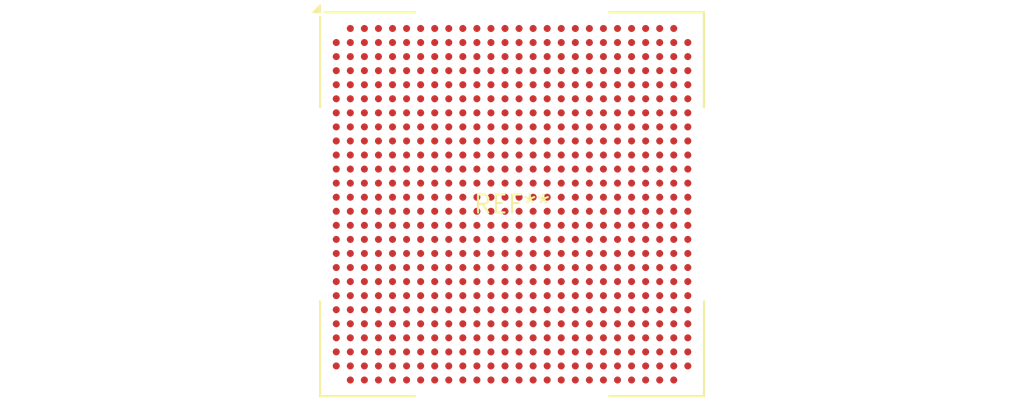
<source format=kicad_pcb>
(kicad_pcb (version 20240108) (generator pcbnew)
  (layers (0 "F.Cu" signal) (31 "B.Cu" signal) (34 "B.Paste" user) (35 "F.Paste" user) (36 "B.SilkS" user "B.Silkscreen") (37 "F.SilkS" user "F.Silkscreen") (38 "B.Mask" user) (39 "F.Mask" user) (44 "Edge.Cuts" user))
  (net 0 "")
  (footprint "BGA-672_27.0x27.0mm_Layout26x26_P1.0mm_Ball0.6mm_Pad0.5mm_NSMD" (layer "F.Cu") (at 0 0)
    (property "Reference" "REF**")
    (property "Value" "BGA-672_27.0x27.0mm_Layout26x26_P1.0mm_Ball0.6mm_Pad0.5mm_NSMD")
    (pad "A2" smd circle (at -11.5 -12.5) (size 0.5 0.5) (property pad_prop_bga) (layers "F.Cu" "F.Paste" "F.Mask"))
    (pad "A3" smd circle (at -10.5 -12.5) (size 0.5 0.5) (property pad_prop_bga) (layers "F.Cu" "F.Paste" "F.Mask"))
    (pad "A4" smd circle (at -9.5 -12.5) (size 0.5 0.5) (property pad_prop_bga) (layers "F.Cu" "F.Paste" "F.Mask"))
    (pad "A5" smd circle (at -8.5 -12.5) (size 0.5 0.5) (property pad_prop_bga) (layers "F.Cu" "F.Paste" "F.Mask"))
    (pad "A6" smd circle (at -7.5 -12.5) (size 0.5 0.5) (property pad_prop_bga) (layers "F.Cu" "F.Paste" "F.Mask"))
    (pad "A7" smd circle (at -6.5 -12.5) (size 0.5 0.5) (property pad_prop_bga) (layers "F.Cu" "F.Paste" "F.Mask"))
    (pad "A8" smd circle (at -5.5 -12.5) (size 0.5 0.5) (property pad_prop_bga) (layers "F.Cu" "F.Paste" "F.Mask"))
    (pad "A9" smd circle (at -4.5 -12.5) (size 0.5 0.5) (property pad_prop_bga) (layers "F.Cu" "F.Paste" "F.Mask"))
    (pad "A10" smd circle (at -3.5 -12.5) (size 0.5 0.5) (property pad_prop_bga) (layers "F.Cu" "F.Paste" "F.Mask"))
    (pad "A11" smd circle (at -2.5 -12.5) (size 0.5 0.5) (property pad_prop_bga) (layers "F.Cu" "F.Paste" "F.Mask"))
    (pad "A12" smd circle (at -1.5 -12.5) (size 0.5 0.5) (property pad_prop_bga) (layers "F.Cu" "F.Paste" "F.Mask"))
    (pad "A13" smd circle (at -0.5 -12.5) (size 0.5 0.5) (property pad_prop_bga) (layers "F.Cu" "F.Paste" "F.Mask"))
    (pad "A14" smd circle (at 0.5 -12.5) (size 0.5 0.5) (property pad_prop_bga) (layers "F.Cu" "F.Paste" "F.Mask"))
    (pad "A15" smd circle (at 1.5 -12.5) (size 0.5 0.5) (property pad_prop_bga) (layers "F.Cu" "F.Paste" "F.Mask"))
    (pad "A16" smd circle (at 2.5 -12.5) (size 0.5 0.5) (property pad_prop_bga) (layers "F.Cu" "F.Paste" "F.Mask"))
    (pad "A17" smd circle (at 3.5 -12.5) (size 0.5 0.5) (property pad_prop_bga) (layers "F.Cu" "F.Paste" "F.Mask"))
    (pad "A18" smd circle (at 4.5 -12.5) (size 0.5 0.5) (property pad_prop_bga) (layers "F.Cu" "F.Paste" "F.Mask"))
    (pad "A19" smd circle (at 5.5 -12.5) (size 0.5 0.5) (property pad_prop_bga) (layers "F.Cu" "F.Paste" "F.Mask"))
    (pad "A20" smd circle (at 6.5 -12.5) (size 0.5 0.5) (property pad_prop_bga) (layers "F.Cu" "F.Paste" "F.Mask"))
    (pad "A21" smd circle (at 7.5 -12.5) (size 0.5 0.5) (property pad_prop_bga) (layers "F.Cu" "F.Paste" "F.Mask"))
    (pad "A22" smd circle (at 8.5 -12.5) (size 0.5 0.5) (property pad_prop_bga) (layers "F.Cu" "F.Paste" "F.Mask"))
    (pad "A23" smd circle (at 9.5 -12.5) (size 0.5 0.5) (property pad_prop_bga) (layers "F.Cu" "F.Paste" "F.Mask"))
    (pad "A24" smd circle (at 10.5 -12.5) (size 0.5 0.5) (property pad_prop_bga) (layers "F.Cu" "F.Paste" "F.Mask"))
    (pad "A25" smd circle (at 11.5 -12.5) (size 0.5 0.5) (property pad_prop_bga) (layers "F.Cu" "F.Paste" "F.Mask"))
    (pad "AA1" smd circle (at -12.5 7.5) (size 0.5 0.5) (property pad_prop_bga) (layers "F.Cu" "F.Paste" "F.Mask"))
    (pad "AA2" smd circle (at -11.5 7.5) (size 0.5 0.5) (property pad_prop_bga) (layers "F.Cu" "F.Paste" "F.Mask"))
    (pad "AA3" smd circle (at -10.5 7.5) (size 0.5 0.5) (property pad_prop_bga) (layers "F.Cu" "F.Paste" "F.Mask"))
    (pad "AA4" smd circle (at -9.5 7.5) (size 0.5 0.5) (property pad_prop_bga) (layers "F.Cu" "F.Paste" "F.Mask"))
    (pad "AA5" smd circle (at -8.5 7.5) (size 0.5 0.5) (property pad_prop_bga) (layers "F.Cu" "F.Paste" "F.Mask"))
    (pad "AA6" smd circle (at -7.5 7.5) (size 0.5 0.5) (property pad_prop_bga) (layers "F.Cu" "F.Paste" "F.Mask"))
    (pad "AA7" smd circle (at -6.5 7.5) (size 0.5 0.5) (property pad_prop_bga) (layers "F.Cu" "F.Paste" "F.Mask"))
    (pad "AA8" smd circle (at -5.5 7.5) (size 0.5 0.5) (property pad_prop_bga) (layers "F.Cu" "F.Paste" "F.Mask"))
    (pad "AA9" smd circle (at -4.5 7.5) (size 0.5 0.5) (property pad_prop_bga) (layers "F.Cu" "F.Paste" "F.Mask"))
    (pad "AA10" smd circle (at -3.5 7.5) (size 0.5 0.5) (property pad_prop_bga) (layers "F.Cu" "F.Paste" "F.Mask"))
    (pad "AA11" smd circle (at -2.5 7.5) (size 0.5 0.5) (property pad_prop_bga) (layers "F.Cu" "F.Paste" "F.Mask"))
    (pad "AA12" smd circle (at -1.5 7.5) (size 0.5 0.5) (property pad_prop_bga) (layers "F.Cu" "F.Paste" "F.Mask"))
    (pad "AA13" smd circle (at -0.5 7.5) (size 0.5 0.5) (property pad_prop_bga) (layers "F.Cu" "F.Paste" "F.Mask"))
    (pad "AA14" smd circle (at 0.5 7.5) (size 0.5 0.5) (property pad_prop_bga) (layers "F.Cu" "F.Paste" "F.Mask"))
    (pad "AA15" smd circle (at 1.5 7.5) (size 0.5 0.5) (property pad_prop_bga) (layers "F.Cu" "F.Paste" "F.Mask"))
    (pad "AA16" smd circle (at 2.5 7.5) (size 0.5 0.5) (property pad_prop_bga) (layers "F.Cu" "F.Paste" "F.Mask"))
    (pad "AA17" smd circle (at 3.5 7.5) (size 0.5 0.5) (property pad_prop_bga) (layers "F.Cu" "F.Paste" "F.Mask"))
    (pad "AA18" smd circle (at 4.5 7.5) (size 0.5 0.5) (property pad_prop_bga) (layers "F.Cu" "F.Paste" "F.Mask"))
    (pad "AA19" smd circle (at 5.5 7.5) (size 0.5 0.5) (property pad_prop_bga) (layers "F.Cu" "F.Paste" "F.Mask"))
    (pad "AA20" smd circle (at 6.5 7.5) (size 0.5 0.5) (property pad_prop_bga) (layers "F.Cu" "F.Paste" "F.Mask"))
    (pad "AA21" smd circle (at 7.5 7.5) (size 0.5 0.5) (property pad_prop_bga) (layers "F.Cu" "F.Paste" "F.Mask"))
    (pad "AA22" smd circle (at 8.5 7.5) (size 0.5 0.5) (property pad_prop_bga) (layers "F.Cu" "F.Paste" "F.Mask"))
    (pad "AA23" smd circle (at 9.5 7.5) (size 0.5 0.5) (property pad_prop_bga) (layers "F.Cu" "F.Paste" "F.Mask"))
    (pad "AA24" smd circle (at 10.5 7.5) (size 0.5 0.5) (property pad_prop_bga) (layers "F.Cu" "F.Paste" "F.Mask"))
    (pad "AA25" smd circle (at 11.5 7.5) (size 0.5 0.5) (property pad_prop_bga) (layers "F.Cu" "F.Paste" "F.Mask"))
    (pad "AA26" smd circle (at 12.5 7.5) (size 0.5 0.5) (property pad_prop_bga) (layers "F.Cu" "F.Paste" "F.Mask"))
    (pad "AB1" smd circle (at -12.5 8.5) (size 0.5 0.5) (property pad_prop_bga) (layers "F.Cu" "F.Paste" "F.Mask"))
    (pad "AB2" smd circle (at -11.5 8.5) (size 0.5 0.5) (property pad_prop_bga) (layers "F.Cu" "F.Paste" "F.Mask"))
    (pad "AB3" smd circle (at -10.5 8.5) (size 0.5 0.5) (property pad_prop_bga) (layers "F.Cu" "F.Paste" "F.Mask"))
    (pad "AB4" smd circle (at -9.5 8.5) (size 0.5 0.5) (property pad_prop_bga) (layers "F.Cu" "F.Paste" "F.Mask"))
    (pad "AB5" smd circle (at -8.5 8.5) (size 0.5 0.5) (property pad_prop_bga) (layers "F.Cu" "F.Paste" "F.Mask"))
    (pad "AB6" smd circle (at -7.5 8.5) (size 0.5 0.5) (property pad_prop_bga) (layers "F.Cu" "F.Paste" "F.Mask"))
    (pad "AB7" smd circle (at -6.5 8.5) (size 0.5 0.5) (property pad_prop_bga) (layers "F.Cu" "F.Paste" "F.Mask"))
    (pad "AB8" smd circle (at -5.5 8.5) (size 0.5 0.5) (property pad_prop_bga) (layers "F.Cu" "F.Paste" "F.Mask"))
    (pad "AB9" smd circle (at -4.5 8.5) (size 0.5 0.5) (property pad_prop_bga) (layers "F.Cu" "F.Paste" "F.Mask"))
    (pad "AB10" smd circle (at -3.5 8.5) (size 0.5 0.5) (property pad_prop_bga) (layers "F.Cu" "F.Paste" "F.Mask"))
    (pad "AB11" smd circle (at -2.5 8.5) (size 0.5 0.5) (property pad_prop_bga) (layers "F.Cu" "F.Paste" "F.Mask"))
    (pad "AB12" smd circle (at -1.5 8.5) (size 0.5 0.5) (property pad_prop_bga) (layers "F.Cu" "F.Paste" "F.Mask"))
    (pad "AB13" smd circle (at -0.5 8.5) (size 0.5 0.5) (property pad_prop_bga) (layers "F.Cu" "F.Paste" "F.Mask"))
    (pad "AB14" smd circle (at 0.5 8.5) (size 0.5 0.5) (property pad_prop_bga) (layers "F.Cu" "F.Paste" "F.Mask"))
    (pad "AB15" smd circle (at 1.5 8.5) (size 0.5 0.5) (property pad_prop_bga) (layers "F.Cu" "F.Paste" "F.Mask"))
    (pad "AB16" smd circle (at 2.5 8.5) (size 0.5 0.5) (property pad_prop_bga) (layers "F.Cu" "F.Paste" "F.Mask"))
    (pad "AB17" smd circle (at 3.5 8.5) (size 0.5 0.5) (property pad_prop_bga) (layers "F.Cu" "F.Paste" "F.Mask"))
    (pad "AB18" smd circle (at 4.5 8.5) (size 0.5 0.5) (property pad_prop_bga) (layers "F.Cu" "F.Paste" "F.Mask"))
    (pad "AB19" smd circle (at 5.5 8.5) (size 0.5 0.5) (property pad_prop_bga) (layers "F.Cu" "F.Paste" "F.Mask"))
    (pad "AB20" smd circle (at 6.5 8.5) (size 0.5 0.5) (property pad_prop_bga) (layers "F.Cu" "F.Paste" "F.Mask"))
    (pad "AB21" smd circle (at 7.5 8.5) (size 0.5 0.5) (property pad_prop_bga) (layers "F.Cu" "F.Paste" "F.Mask"))
    (pad "AB22" smd circle (at 8.5 8.5) (size 0.5 0.5) (property pad_prop_bga) (layers "F.Cu" "F.Paste" "F.Mask"))
    (pad "AB23" smd circle (at 9.5 8.5) (size 0.5 0.5) (property pad_prop_bga) (layers "F.Cu" "F.Paste" "F.Mask"))
    (pad "AB24" smd circle (at 10.5 8.5) (size 0.5 0.5) (property pad_prop_bga) (layers "F.Cu" "F.Paste" "F.Mask"))
    (pad "AB25" smd circle (at 11.5 8.5) (size 0.5 0.5) (property pad_prop_bga) (layers "F.Cu" "F.Paste" "F.Mask"))
    (pad "AB26" smd circle (at 12.5 8.5) (size 0.5 0.5) (property pad_prop_bga) (layers "F.Cu" "F.Paste" "F.Mask"))
    (pad "AC1" smd circle (at -12.5 9.5) (size 0.5 0.5) (property pad_prop_bga) (layers "F.Cu" "F.Paste" "F.Mask"))
    (pad "AC2" smd circle (at -11.5 9.5) (size 0.5 0.5) (property pad_prop_bga) (layers "F.Cu" "F.Paste" "F.Mask"))
    (pad "AC3" smd circle (at -10.5 9.5) (size 0.5 0.5) (property pad_prop_bga) (layers "F.Cu" "F.Paste" "F.Mask"))
    (pad "AC4" smd circle (at -9.5 9.5) (size 0.5 0.5) (property pad_prop_bga) (layers "F.Cu" "F.Paste" "F.Mask"))
    (pad "AC5" smd circle (at -8.5 9.5) (size 0.5 0.5) (property pad_prop_bga) (layers "F.Cu" "F.Paste" "F.Mask"))
    (pad "AC6" smd circle (at -7.5 9.5) (size 0.5 0.5) (property pad_prop_bga) (layers "F.Cu" "F.Paste" "F.Mask"))
    (pad "AC7" smd circle (at -6.5 9.5) (size 0.5 0.5) (property pad_prop_bga) (layers "F.Cu" "F.Paste" "F.Mask"))
    (pad "AC8" smd circle (at -5.5 9.5) (size 0.5 0.5) (property pad_prop_bga) (layers "F.Cu" "F.Paste" "F.Mask"))
    (pad "AC9" smd circle (at -4.5 9.5) (size 0.5 0.5) (property pad_prop_bga) (layers "F.Cu" "F.Paste" "F.Mask"))
    (pad "AC10" smd circle (at -3.5 9.5) (size 0.5 0.5) (property pad_prop_bga) (layers "F.Cu" "F.Paste" "F.Mask"))
    (pad "AC11" smd circle (at -2.5 9.5) (size 0.5 0.5) (property pad_prop_bga) (layers "F.Cu" "F.Paste" "F.Mask"))
    (pad "AC12" smd circle (at -1.5 9.5) (size 0.5 0.5) (property pad_prop_bga) (layers "F.Cu" "F.Paste" "F.Mask"))
    (pad "AC13" smd circle (at -0.5 9.5) (size 0.5 0.5) (property pad_prop_bga) (layers "F.Cu" "F.Paste" "F.Mask"))
    (pad "AC14" smd circle (at 0.5 9.5) (size 0.5 0.5) (property pad_prop_bga) (layers "F.Cu" "F.Paste" "F.Mask"))
    (pad "AC15" smd circle (at 1.5 9.5) (size 0.5 0.5) (property pad_prop_bga) (layers "F.Cu" "F.Paste" "F.Mask"))
    (pad "AC16" smd circle (at 2.5 9.5) (size 0.5 0.5) (property pad_prop_bga) (layers "F.Cu" "F.Paste" "F.Mask"))
    (pad "AC17" smd circle (at 3.5 9.5) (size 0.5 0.5) (property pad_prop_bga) (layers "F.Cu" "F.Paste" "F.Mask"))
    (pad "AC18" smd circle (at 4.5 9.5) (size 0.5 0.5) (property pad_prop_bga) (layers "F.Cu" "F.Paste" "F.Mask"))
    (pad "AC19" smd circle (at 5.5 9.5) (size 0.5 0.5) (property pad_prop_bga) (layers "F.Cu" "F.Paste" "F.Mask"))
    (pad "AC20" smd circle (at 6.5 9.5) (size 0.5 0.5) (property pad_prop_bga) (layers "F.Cu" "F.Paste" "F.Mask"))
    (pad "AC21" smd circle (at 7.5 9.5) (size 0.5 0.5) (property pad_prop_bga) (layers "F.Cu" "F.Paste" "F.Mask"))
    (pad "AC22" smd circle (at 8.5 9.5) (size 0.5 0.5) (property pad_prop_bga) (layers "F.Cu" "F.Paste" "F.Mask"))
    (pad "AC23" smd circle (at 9.5 9.5) (size 0.5 0.5) (property pad_prop_bga) (layers "F.Cu" "F.Paste" "F.Mask"))
    (pad "AC24" smd circle (at 10.5 9.5) (size 0.5 0.5) (property pad_prop_bga) (layers "F.Cu" "F.Paste" "F.Mask"))
    (pad "AC25" smd circle (at 11.5 9.5) (size 0.5 0.5) (property pad_prop_bga) (layers "F.Cu" "F.Paste" "F.Mask"))
    (pad "AC26" smd circle (at 12.5 9.5) (size 0.5 0.5) (property pad_prop_bga) (layers "F.Cu" "F.Paste" "F.Mask"))
    (pad "AD1" smd circle (at -12.5 10.5) (size 0.5 0.5) (property pad_prop_bga) (layers "F.Cu" "F.Paste" "F.Mask"))
    (pad "AD2" smd circle (at -11.5 10.5) (size 0.5 0.5) (property pad_prop_bga) (layers "F.Cu" "F.Paste" "F.Mask"))
    (pad "AD3" smd circle (at -10.5 10.5) (size 0.5 0.5) (property pad_prop_bga) (layers "F.Cu" "F.Paste" "F.Mask"))
    (pad "AD4" smd circle (at -9.5 10.5) (size 0.5 0.5) (property pad_prop_bga) (layers "F.Cu" "F.Paste" "F.Mask"))
    (pad "AD5" smd circle (at -8.5 10.5) (size 0.5 0.5) (property pad_prop_bga) (layers "F.Cu" "F.Paste" "F.Mask"))
    (pad "AD6" smd circle (at -7.5 10.5) (size 0.5 0.5) (property pad_prop_bga) (layers "F.Cu" "F.Paste" "F.Mask"))
    (pad "AD7" smd circle (at -6.5 10.5) (size 0.5 0.5) (property pad_prop_bga) (layers "F.Cu" "F.Paste" "F.Mask"))
    (pad "AD8" smd circle (at -5.5 10.5) (size 0.5 0.5) (property pad_prop_bga) (layers "F.Cu" "F.Paste" "F.Mask"))
    (pad "AD9" smd circle (at -4.5 10.5) (size 0.5 0.5) (property pad_prop_bga) (layers "F.Cu" "F.Paste" "F.Mask"))
    (pad "AD10" smd circle (at -3.5 10.5) (size 0.5 0.5) (property pad_prop_bga) (layers "F.Cu" "F.Paste" "F.Mask"))
    (pad "AD11" smd circle (at -2.5 10.5) (size 0.5 0.5) (property pad_prop_bga) (layers "F.Cu" "F.Paste" "F.Mask"))
    (pad "AD12" smd circle (at -1.5 10.5) (size 0.5 0.5) (property pad_prop_bga) (layers "F.Cu" "F.Paste" "F.Mask"))
    (pad "AD13" smd circle (at -0.5 10.5) (size 0.5 0.5) (property pad_prop_bga) (layers "F.Cu" "F.Paste" "F.Mask"))
    (pad "AD14" smd circle (at 0.5 10.5) (size 0.5 0.5) (property pad_prop_bga) (layers "F.Cu" "F.Paste" "F.Mask"))
    (pad "AD15" smd circle (at 1.5 10.5) (size 0.5 0.5) (property pad_prop_bga) (layers "F.Cu" "F.Paste" "F.Mask"))
    (pad "AD16" smd circle (at 2.5 10.5) (size 0.5 0.5) (property pad_prop_bga) (layers "F.Cu" "F.Paste" "F.Mask"))
    (pad "AD17" smd circle (at 3.5 10.5) (size 0.5 0.5) (property pad_prop_bga) (layers "F.Cu" "F.Paste" "F.Mask"))
    (pad "AD18" smd circle (at 4.5 10.5) (size 0.5 0.5) (property pad_prop_bga) (layers "F.Cu" "F.Paste" "F.Mask"))
    (pad "AD19" smd circle (at 5.5 10.5) (size 0.5 0.5) (property pad_prop_bga) (layers "F.Cu" "F.Paste" "F.Mask"))
    (pad "AD20" smd circle (at 6.5 10.5) (size 0.5 0.5) (property pad_prop_bga) (layers "F.Cu" "F.Paste" "F.Mask"))
    (pad "AD21" smd circle (at 7.5 10.5) (size 0.5 0.5) (property pad_prop_bga) (layers "F.Cu" "F.Paste" "F.Mask"))
    (pad "AD22" smd circle (at 8.5 10.5) (size 0.5 0.5) (property pad_prop_bga) (layers "F.Cu" "F.Paste" "F.Mask"))
    (pad "AD23" smd circle (at 9.5 10.5) (size 0.5 0.5) (property pad_prop_bga) (layers "F.Cu" "F.Paste" "F.Mask"))
    (pad "AD24" smd circle (at 10.5 10.5) (size 0.5 0.5) (property pad_prop_bga) (layers "F.Cu" "F.Paste" "F.Mask"))
    (pad "AD25" smd circle (at 11.5 10.5) (size 0.5 0.5) (property pad_prop_bga) (layers "F.Cu" "F.Paste" "F.Mask"))
    (pad "AD26" smd circle (at 12.5 10.5) (size 0.5 0.5) (property pad_prop_bga) (layers "F.Cu" "F.Paste" "F.Mask"))
    (pad "AE1" smd circle (at -12.5 11.5) (size 0.5 0.5) (property pad_prop_bga) (layers "F.Cu" "F.Paste" "F.Mask"))
    (pad "AE2" smd circle (at -11.5 11.5) (size 0.5 0.5) (property pad_prop_bga) (layers "F.Cu" "F.Paste" "F.Mask"))
    (pad "AE3" smd circle (at -10.5 11.5) (size 0.5 0.5) (property pad_prop_bga) (layers "F.Cu" "F.Paste" "F.Mask"))
    (pad "AE4" smd circle (at -9.5 11.5) (size 0.5 0.5) (property pad_prop_bga) (layers "F.Cu" "F.Paste" "F.Mask"))
    (pad "AE5" smd circle (at -8.5 11.5) (size 0.5 0.5) (property pad_prop_bga) (layers "F.Cu" "F.Paste" "F.Mask"))
    (pad "AE6" smd circle (at -7.5 11.5) (size 0.5 0.5) (property pad_prop_bga) (layers "F.Cu" "F.Paste" "F.Mask"))
    (pad "AE7" smd circle (at -6.5 11.5) (size 0.5 0.5) (property pad_prop_bga) (layers "F.Cu" "F.Paste" "F.Mask"))
    (pad "AE8" smd circle (at -5.5 11.5) (size 0.5 0.5) (property pad_prop_bga) (layers "F.Cu" "F.Paste" "F.Mask"))
    (pad "AE9" smd circle (at -4.5 11.5) (size 0.5 0.5) (property pad_prop_bga) (layers "F.Cu" "F.Paste" "F.Mask"))
    (pad "AE10" smd circle (at -3.5 11.5) (size 0.5 0.5) (property pad_prop_bga) (layers "F.Cu" "F.Paste" "F.Mask"))
    (pad "AE11" smd circle (at -2.5 11.5) (size 0.5 0.5) (property pad_prop_bga) (layers "F.Cu" "F.Paste" "F.Mask"))
    (pad "AE12" smd circle (at -1.5 11.5) (size 0.5 0.5) (property pad_prop_bga) (layers "F.Cu" "F.Paste" "F.Mask"))
    (pad "AE13" smd circle (at -0.5 11.5) (size 0.5 0.5) (property pad_prop_bga) (layers "F.Cu" "F.Paste" "F.Mask"))
    (pad "AE14" smd circle (at 0.5 11.5) (size 0.5 0.5) (property pad_prop_bga) (layers "F.Cu" "F.Paste" "F.Mask"))
    (pad "AE15" smd circle (at 1.5 11.5) (size 0.5 0.5) (property pad_prop_bga) (layers "F.Cu" "F.Paste" "F.Mask"))
    (pad "AE16" smd circle (at 2.5 11.5) (size 0.5 0.5) (property pad_prop_bga) (layers "F.Cu" "F.Paste" "F.Mask"))
    (pad "AE17" smd circle (at 3.5 11.5) (size 0.5 0.5) (property pad_prop_bga) (layers "F.Cu" "F.Paste" "F.Mask"))
    (pad "AE18" smd circle (at 4.5 11.5) (size 0.5 0.5) (property pad_prop_bga) (layers "F.Cu" "F.Paste" "F.Mask"))
    (pad "AE19" smd circle (at 5.5 11.5) (size 0.5 0.5) (property pad_prop_bga) (layers "F.Cu" "F.Paste" "F.Mask"))
    (pad "AE20" smd circle (at 6.5 11.5) (size 0.5 0.5) (property pad_prop_bga) (layers "F.Cu" "F.Paste" "F.Mask"))
    (pad "AE21" smd circle (at 7.5 11.5) (size 0.5 0.5) (property pad_prop_bga) (layers "F.Cu" "F.Paste" "F.Mask"))
    (pad "AE22" smd circle (at 8.5 11.5) (size 0.5 0.5) (property pad_prop_bga) (layers "F.Cu" "F.Paste" "F.Mask"))
    (pad "AE23" smd circle (at 9.5 11.5) (size 0.5 0.5) (property pad_prop_bga) (layers "F.Cu" "F.Paste" "F.Mask"))
    (pad "AE24" smd circle (at 10.5 11.5) (size 0.5 0.5) (property pad_prop_bga) (layers "F.Cu" "F.Paste" "F.Mask"))
    (pad "AE25" smd circle (at 11.5 11.5) (size 0.5 0.5) (property pad_prop_bga) (layers "F.Cu" "F.Paste" "F.Mask"))
    (pad "AE26" smd circle (at 12.5 11.5) (size 0.5 0.5) (property pad_prop_bga) (layers "F.Cu" "F.Paste" "F.Mask"))
    (pad "AF2" smd circle (at -11.5 12.5) (size 0.5 0.5) (property pad_prop_bga) (layers "F.Cu" "F.Paste" "F.Mask"))
    (pad "AF3" smd circle (at -10.5 12.5) (size 0.5 0.5) (property pad_prop_bga) (layers "F.Cu" "F.Paste" "F.Mask"))
    (pad "AF4" smd circle (at -9.5 12.5) (size 0.5 0.5) (property pad_prop_bga) (layers "F.Cu" "F.Paste" "F.Mask"))
    (pad "AF5" smd circle (at -8.5 12.5) (size 0.5 0.5) (property pad_prop_bga) (layers "F.Cu" "F.Paste" "F.Mask"))
    (pad "AF6" smd circle (at -7.5 12.5) (size 0.5 0.5) (property pad_prop_bga) (layers "F.Cu" "F.Paste" "F.Mask"))
    (pad "AF7" smd circle (at -6.5 12.5) (size 0.5 0.5) (property pad_prop_bga) (layers "F.Cu" "F.Paste" "F.Mask"))
    (pad "AF8" smd circle (at -5.5 12.5) (size 0.5 0.5) (property pad_prop_bga) (layers "F.Cu" "F.Paste" "F.Mask"))
    (pad "AF9" smd circle (at -4.5 12.5) (size 0.5 0.5) (property pad_prop_bga) (layers "F.Cu" "F.Paste" "F.Mask"))
    (pad "AF10" smd circle (at -3.5 12.5) (size 0.5 0.5) (property pad_prop_bga) (layers "F.Cu" "F.Paste" "F.Mask"))
    (pad "AF11" smd circle (at -2.5 12.5) (size 0.5 0.5) (property pad_prop_bga) (layers "F.Cu" "F.Paste" "F.Mask"))
    (pad "AF12" smd circle (at -1.5 12.5) (size 0.5 0.5) (property pad_prop_bga) (layers "F.Cu" "F.Paste" "F.Mask"))
    (pad "AF13" smd circle (at -0.5 12.5) (size 0.5 0.5) (property pad_prop_bga) (layers "F.Cu" "F.Paste" "F.Mask"))
    (pad "AF14" smd circle (at 0.5 12.5) (size 0.5 0.5) (property pad_prop_bga) (layers "F.Cu" "F.Paste" "F.Mask"))
    (pad "AF15" smd circle (at 1.5 12.5) (size 0.5 0.5) (property pad_prop_bga) (layers "F.Cu" "F.Paste" "F.Mask"))
    (pad "AF16" smd circle (at 2.5 12.5) (size 0.5 0.5) (property pad_prop_bga) (layers "F.Cu" "F.Paste" "F.Mask"))
    (pad "AF17" smd circle (at 3.5 12.5) (size 0.5 0.5) (property pad_prop_bga) (layers "F.Cu" "F.Paste" "F.Mask"))
    (pad "AF18" smd circle (at 4.5 12.5) (size 0.5 0.5) (property pad_prop_bga) (layers "F.Cu" "F.Paste" "F.Mask"))
    (pad "AF19" smd circle (at 5.5 12.5) (size 0.5 0.5) (property pad_prop_bga) (layers "F.Cu" "F.Paste" "F.Mask"))
    (pad "AF20" smd circle (at 6.5 12.5) (size 0.5 0.5) (property pad_prop_bga) (layers "F.Cu" "F.Paste" "F.Mask"))
    (pad "AF21" smd circle (at 7.5 12.5) (size 0.5 0.5) (property pad_prop_bga) (layers "F.Cu" "F.Paste" "F.Mask"))
    (pad "AF22" smd circle (at 8.5 12.5) (size 0.5 0.5) (property pad_prop_bga) (layers "F.Cu" "F.Paste" "F.Mask"))
    (pad "AF23" smd circle (at 9.5 12.5) (size 0.5 0.5) (property pad_prop_bga) (layers "F.Cu" "F.Paste" "F.Mask"))
    (pad "AF24" smd circle (at 10.5 12.5) (size 0.5 0.5) (property pad_prop_bga) (layers "F.Cu" "F.Paste" "F.Mask"))
    (pad "AF25" smd circle (at 11.5 12.5) (size 0.5 0.5) (property pad_prop_bga) (layers "F.Cu" "F.Paste" "F.Mask"))
    (pad "B1" smd circle (at -12.5 -11.5) (size 0.5 0.5) (property pad_prop_bga) (layers "F.Cu" "F.Paste" "F.Mask"))
    (pad "B2" smd circle (at -11.5 -11.5) (size 0.5 0.5) (property pad_prop_bga) (layers "F.Cu" "F.Paste" "F.Mask"))
    (pad "B3" smd circle (at -10.5 -11.5) (size 0.5 0.5) (property pad_prop_bga) (layers "F.Cu" "F.Paste" "F.Mask"))
    (pad "B4" smd circle (at -9.5 -11.5) (size 0.5 0.5) (property pad_prop_bga) (layers "F.Cu" "F.Paste" "F.Mask"))
    (pad "B5" smd circle (at -8.5 -11.5) (size 0.5 0.5) (property pad_prop_bga) (layers "F.Cu" "F.Paste" "F.Mask"))
    (pad "B6" smd circle (at -7.5 -11.5) (size 0.5 0.5) (property pad_prop_bga) (layers "F.Cu" "F.Paste" "F.Mask"))
    (pad "B7" smd circle (at -6.5 -11.5) (size 0.5 0.5) (property pad_prop_bga) (layers "F.Cu" "F.Paste" "F.Mask"))
    (pad "B8" smd circle (at -5.5 -11.5) (size 0.5 0.5) (property pad_prop_bga) (layers "F.Cu" "F.Paste" "F.Mask"))
    (pad "B9" smd circle (at -4.5 -11.5) (size 0.5 0.5) (property pad_prop_bga) (layers "F.Cu" "F.Paste" "F.Mask"))
    (pad "B10" smd circle (at -3.5 -11.5) (size 0.5 0.5) (property pad_prop_bga) (layers "F.Cu" "F.Paste" "F.Mask"))
    (pad "B11" smd circle (at -2.5 -11.5) (size 0.5 0.5) (property pad_prop_bga) (layers "F.Cu" "F.Paste" "F.Mask"))
    (pad "B12" smd circle (at -1.5 -11.5) (size 0.5 0.5) (property pad_prop_bga) (layers "F.Cu" "F.Paste" "F.Mask"))
    (pad "B13" smd circle (at -0.5 -11.5) (size 0.5 0.5) (property pad_prop_bga) (layers "F.Cu" "F.Paste" "F.Mask"))
    (pad "B14" smd circle (at 0.5 -11.5) (size 0.5 0.5) (property pad_prop_bga) (layers "F.Cu" "F.Paste" "F.Mask"))
    (pad "B15" smd circle (at 1.5 -11.5) (size 0.5 0.5) (property pad_prop_bga) (layers "F.Cu" "F.Paste" "F.Mask"))
    (pad "B16" smd circle (at 2.5 -11.5) (size 0.5 0.5) (property pad_prop_bga) (layers "F.Cu" "F.Paste" "F.Mask"))
    (pad "B17" smd circle (at 3.5 -11.5) (size 0.5 0.5) (property pad_prop_bga) (layers "F.Cu" "F.Paste" "F.Mask"))
    (pad "B18" smd circle (at 4.5 -11.5) (size 0.5 0.5) (property pad_prop_bga) (layers "F.Cu" "F.Paste" "F.Mask"))
    (pad "B19" smd circle (at 5.5 -11.5) (size 0.5 0.5) (property pad_prop_bga) (layers "F.Cu" "F.Paste" "F.Mask"))
    (pad "B20" smd circle (at 6.5 -11.5) (size 0.5 0.5) (property pad_prop_bga) (layers "F.Cu" "F.Paste" "F.Mask"))
    (pad "B21" smd circle (at 7.5 -11.5) (size 0.5 0.5) (property pad_prop_bga) (layers "F.Cu" "F.Paste" "F.Mask"))
    (pad "B22" smd circle (at 8.5 -11.5) (size 0.5 0.5) (property pad_prop_bga) (layers "F.Cu" "F.Paste" "F.Mask"))
    (pad "B23" smd circle (at 9.5 -11.5) (size 0.5 0.5) (property pad_prop_bga) (layers "F.Cu" "F.Paste" "F.Mask"))
    (pad "B24" smd circle (at 10.5 -11.5) (size 0.5 0.5) (property pad_prop_bga) (layers "F.Cu" "F.Paste" "F.Mask"))
    (pad "B25" smd circle (at 11.5 -11.5) (size 0.5 0.5) (property pad_prop_bga) (layers "F.Cu" "F.Paste" "F.Mask"))
    (pad "B26" smd circle (at 12.5 -11.5) (size 0.5 0.5) (property pad_prop_bga) (layers "F.Cu" "F.Paste" "F.Mask"))
    (pad "C1" smd circle (at -12.5 -10.5) (size 0.5 0.5) (property pad_prop_bga) (layers "F.Cu" "F.Paste" "F.Mask"))
    (pad "C2" smd circle (at -11.5 -10.5) (size 0.5 0.5) (property pad_prop_bga) (layers "F.Cu" "F.Paste" "F.Mask"))
    (pad "C3" smd circle (at -10.5 -10.5) (size 0.5 0.5) (property pad_prop_bga) (layers "F.Cu" "F.Paste" "F.Mask"))
    (pad "C4" smd circle (at -9.5 -10.5) (size 0.5 0.5) (property pad_prop_bga) (layers "F.Cu" "F.Paste" "F.Mask"))
    (pad "C5" smd circle (at -8.5 -10.5) (size 0.5 0.5) (property pad_prop_bga) (layers "F.Cu" "F.Paste" "F.Mask"))
    (pad "C6" smd circle (at -7.5 -10.5) (size 0.5 0.5) (property pad_prop_bga) (layers "F.Cu" "F.Paste" "F.Mask"))
    (pad "C7" smd circle (at -6.5 -10.5) (size 0.5 0.5) (property pad_prop_bga) (layers "F.Cu" "F.Paste" "F.Mask"))
    (pad "C8" smd circle (at -5.5 -10.5) (size 0.5 0.5) (property pad_prop_bga) (layers "F.Cu" "F.Paste" "F.Mask"))
    (pad "C9" smd circle (at -4.5 -10.5) (size 0.5 0.5) (property pad_prop_bga) (layers "F.Cu" "F.Paste" "F.Mask"))
    (pad "C10" smd circle (at -3.5 -10.5) (size 0.5 0.5) (property pad_prop_bga) (layers "F.Cu" "F.Paste" "F.Mask"))
    (pad "C11" smd circle (at -2.5 -10.5) (size 0.5 0.5) (property pad_prop_bga) (layers "F.Cu" "F.Paste" "F.Mask"))
    (pad "C12" smd circle (at -1.5 -10.5) (size 0.5 0.5) (property pad_prop_bga) (layers "F.Cu" "F.Paste" "F.Mask"))
    (pad "C13" smd circle (at -0.5 -10.5) (size 0.5 0.5) (property pad_prop_bga) (layers "F.Cu" "F.Paste" "F.Mask"))
    (pad "C14" smd circle (at 0.5 -10.5) (size 0.5 0.5) (property pad_prop_bga) (layers "F.Cu" "F.Paste" "F.Mask"))
    (pad "C15" smd circle (at 1.5 -10.5) (size 0.5 0.5) (property pad_prop_bga) (layers "F.Cu" "F.Paste" "F.Mask"))
    (pad "C16" smd circle (at 2.5 -10.5) (size 0.5 0.5) (property pad_prop_bga) (layers "F.Cu" "F.Paste" "F.Mask"))
    (pad "C17" smd circle (at 3.5 -10.5) (size 0.5 0.5) (property pad_prop_bga) (layers "F.Cu" "F.Paste" "F.Mask"))
    (pad "C18" smd circle (at 4.5 -10.5) (size 0.5 0.5) (property pad_prop_bga) (layers "F.Cu" "F.Paste" "F.Mask"))
    (pad "C19" smd circle (at 5.5 -10.5) (size 0.5 0.5) (property pad_prop_bga) (layers "F.Cu" "F.Paste" "F.Mask"))
    (pad "C20" smd circle (at 6.5 -10.5) (size 0.5 0.5) (property pad_prop_bga) (layers "F.Cu" "F.Paste" "F.Mask"))
    (pad "C21" smd circle (at 7.5 -10.5) (size 0.5 0.5) (property pad_prop_bga) (layers "F.Cu" "F.Paste" "F.Mask"))
    (pad "C22" smd circle (at 8.5 -10.5) (size 0.5 0.5) (property pad_prop_bga) (layers "F.Cu" "F.Paste" "F.Mask"))
    (pad "C23" smd circle (at 9.5 -10.5) (size 0.5 0.5) (property pad_prop_bga) (layers "F.Cu" "F.Paste" "F.Mask"))
    (pad "C24" smd circle (at 10.5 -10.5) (size 0.5 0.5) (property pad_prop_bga) (layers "F.Cu" "F.Paste" "F.Mask"))
    (pad "C25" smd circle (at 11.5 -10.5) (size 0.5 0.5) (property pad_prop_bga) (layers "F.Cu" "F.Paste" "F.Mask"))
    (pad "C26" smd circle (at 12.5 -10.5) (size 0.5 0.5) (property pad_prop_bga) (layers "F.Cu" "F.Paste" "F.Mask"))
    (pad "D1" smd circle (at -12.5 -9.5) (size 0.5 0.5) (property pad_prop_bga) (layers "F.Cu" "F.Paste" "F.Mask"))
    (pad "D2" smd circle (at -11.5 -9.5) (size 0.5 0.5) (property pad_prop_bga) (layers "F.Cu" "F.Paste" "F.Mask"))
    (pad "D3" smd circle (at -10.5 -9.5) (size 0.5 0.5) (property pad_prop_bga) (layers "F.Cu" "F.Paste" "F.Mask"))
    (pad "D4" smd circle (at -9.5 -9.5) (size 0.5 0.5) (property pad_prop_bga) (layers "F.Cu" "F.Paste" "F.Mask"))
    (pad "D5" smd circle (at -8.5 -9.5) (size 0.5 0.5) (property pad_prop_bga) (layers "F.Cu" "F.Paste" "F.Mask"))
    (pad "D6" smd circle (at -7.5 -9.5) (size 0.5 0.5) (property pad_prop_bga) (layers "F.Cu" "F.Paste" "F.Mask"))
    (pad "D7" smd circle (at -6.5 -9.5) (size 0.5 0.5) (property pad_prop_bga) (layers "F.Cu" "F.Paste" "F.Mask"))
    (pad "D8" smd circle (at -5.5 -9.5) (size 0.5 0.5) (property pad_prop_bga) (layers "F.Cu" "F.Paste" "F.Mask"))
    (pad "D9" smd circle (at -4.5 -9.5) (size 0.5 0.5) (property pad_prop_bga) (layers "F.Cu" "F.Paste" "F.Mask"))
    (pad "D10" smd circle (at -3.5 -9.5) (size 0.5 0.5) (property pad_prop_bga) (layers "F.Cu" "F.Paste" "F.Mask"))
    (pad "D11" smd circle (at -2.5 -9.5) (size 0.5 0.5) (property pad_prop_bga) (layers "F.Cu" "F.Paste" "F.Mask"))
    (pad "D12" smd circle (at -1.5 -9.5) (size 0.5 0.5) (property pad_prop_bga) (layers "F.Cu" "F.Paste" "F.Mask"))
    (pad "D13" smd circle (at -0.5 -9.5) (size 0.5 0.5) (property pad_prop_bga) (layers "F.Cu" "F.Paste" "F.Mask"))
    (pad "D14" smd circle (at 0.5 -9.5) (size 0.5 0.5) (property pad_prop_bga) (layers "F.Cu" "F.Paste" "F.Mask"))
    (pad "D15" smd circle (at 1.5 -9.5) (size 0.5 0.5) (property pad_prop_bga) (layers "F.Cu" "F.Paste" "F.Mask"))
    (pad "D16" smd circle (at 2.5 -9.5) (size 0.5 0.5) (property pad_prop_bga) (layers "F.Cu" "F.Paste" "F.Mask"))
    (pad "D17" smd circle (at 3.5 -9.5) (size 0.5 0.5) (property pad_prop_bga) (layers "F.Cu" "F.Paste" "F.Mask"))
    (pad "D18" smd circle (at 4.5 -9.5) (size 0.5 0.5) (property pad_prop_bga) (layers "F.Cu" "F.Paste" "F.Mask"))
    (pad "D19" smd circle (at 5.5 -9.5) (size 0.5 0.5) (property pad_prop_bga) (layers "F.Cu" "F.Paste" "F.Mask"))
    (pad "D20" smd circle (at 6.5 -9.5) (size 0.5 0.5) (property pad_prop_bga) (layers "F.Cu" "F.Paste" "F.Mask"))
    (pad "D21" smd circle (at 7.5 -9.5) (size 0.5 0.5) (property pad_prop_bga) (layers "F.Cu" "F.Paste" "F.Mask"))
    (pad "D22" smd circle (at 8.5 -9.5) (size 0.5 0.5) (property pad_prop_bga) (layers "F.Cu" "F.Paste" "F.Mask"))
    (pad "D23" smd circle (at 9.5 -9.5) (size 0.5 0.5) (property pad_prop_bga) (layers "F.Cu" "F.Paste" "F.Mask"))
    (pad "D24" smd circle (at 10.5 -9.5) (size 0.5 0.5) (property pad_prop_bga) (layers "F.Cu" "F.Paste" "F.Mask"))
    (pad "D25" smd circle (at 11.5 -9.5) (size 0.5 0.5) (property pad_prop_bga) (layers "F.Cu" "F.Paste" "F.Mask"))
    (pad "D26" smd circle (at 12.5 -9.5) (size 0.5 0.5) (property pad_prop_bga) (layers "F.Cu" "F.Paste" "F.Mask"))
    (pad "E1" smd circle (at -12.5 -8.5) (size 0.5 0.5) (property pad_prop_bga) (layers "F.Cu" "F.Paste" "F.Mask"))
    (pad "E2" smd circle (at -11.5 -8.5) (size 0.5 0.5) (property pad_prop_bga) (layers "F.Cu" "F.Paste" "F.Mask"))
    (pad "E3" smd circle (at -10.5 -8.5) (size 0.5 0.5) (property pad_prop_bga) (layers "F.Cu" "F.Paste" "F.Mask"))
    (pad "E4" smd circle (at -9.5 -8.5) (size 0.5 0.5) (property pad_prop_bga) (layers "F.Cu" "F.Paste" "F.Mask"))
    (pad "E5" smd circle (at -8.5 -8.5) (size 0.5 0.5) (property pad_prop_bga) (layers "F.Cu" "F.Paste" "F.Mask"))
    (pad "E6" smd circle (at -7.5 -8.5) (size 0.5 0.5) (property pad_prop_bga) (layers "F.Cu" "F.Paste" "F.Mask"))
    (pad "E7" smd circle (at -6.5 -8.5) (size 0.5 0.5) (property pad_prop_bga) (layers "F.Cu" "F.Paste" "F.Mask"))
    (pad "E8" smd circle (at -5.5 -8.5) (size 0.5 0.5) (property pad_prop_bga) (layers "F.Cu" "F.Paste" "F.Mask"))
    (pad "E9" smd circle (at -4.5 -8.5) (size 0.5 0.5) (property pad_prop_bga) (layers "F.Cu" "F.Paste" "F.Mask"))
    (pad "E10" smd circle (at -3.5 -8.5) (size 0.5 0.5) (property pad_prop_bga) (layers "F.Cu" "F.Paste" "F.Mask"))
    (pad "E11" smd circle (at -2.5 -8.5) (size 0.5 0.5) (property pad_prop_bga) (layers "F.Cu" "F.Paste" "F.Mask"))
    (pad "E12" smd circle (at -1.5 -8.5) (size 0.5 0.5) (property pad_prop_bga) (layers "F.Cu" "F.Paste" "F.Mask"))
    (pad "E13" smd circle (at -0.5 -8.5) (size 0.5 0.5) (property pad_prop_bga) (layers "F.Cu" "F.Paste" "F.Mask"))
    (pad "E14" smd circle (at 0.5 -8.5) (size 0.5 0.5) (property pad_prop_bga) (layers "F.Cu" "F.Paste" "F.Mask"))
    (pad "E15" smd circle (at 1.5 -8.5) (size 0.5 0.5) (property pad_prop_bga) (layers "F.Cu" "F.Paste" "F.Mask"))
    (pad "E16" smd circle (at 2.5 -8.5) (size 0.5 0.5) (property pad_prop_bga) (layers "F.Cu" "F.Paste" "F.Mask"))
    (pad "E17" smd circle (at 3.5 -8.5) (size 0.5 0.5) (property pad_prop_bga) (layers "F.Cu" "F.Paste" "F.Mask"))
    (pad "E18" smd circle (at 4.5 -8.5) (size 0.5 0.5) (property pad_prop_bga) (layers "F.Cu" "F.Paste" "F.Mask"))
    (pad "E19" smd circle (at 5.5 -8.5) (size 0.5 0.5) (property pad_prop_bga) (layers "F.Cu" "F.Paste" "F.Mask"))
    (pad "E20" smd circle (at 6.5 -8.5) (size 0.5 0.5) (property pad_prop_bga) (layers "F.Cu" "F.Paste" "F.Mask"))
    (pad "E21" smd circle (at 7.5 -8.5) (size 0.5 0.5) (property pad_prop_bga) (layers "F.Cu" "F.Paste" "F.Mask"))
    (pad "E22" smd circle (at 8.5 -8.5) (size 0.5 0.5) (property pad_prop_bga) (layers "F.Cu" "F.Paste" "F.Mask"))
    (pad "E23" smd circle (at 9.5 -8.5) (size 0.5 0.5) (property pad_prop_bga) (layers "F.Cu" "F.Paste" "F.Mask"))
    (pad "E24" smd circle (at 10.5 -8.5) (size 0.5 0.5) (property pad_prop_bga) (layers "F.Cu" "F.Paste" "F.Mask"))
    (pad "E25" smd circle (at 11.5 -8.5) (size 0.5 0.5) (property pad_prop_bga) (layers "F.Cu" "F.Paste" "F.Mask"))
    (pad "E26" smd circle (at 12.5 -8.5) (size 0.5 0.5) (property pad_prop_bga) (layers "F.Cu" "F.Paste" "F.Mask"))
    (pad "F1" smd circle (at -12.5 -7.5) (size 0.5 0.5) (property pad_prop_bga) (layers "F.Cu" "F.Paste" "F.Mask"))
    (pad "F2" smd circle (at -11.5 -7.5) (size 0.5 0.5) (property pad_prop_bga) (layers "F.Cu" "F.Paste" "F.Mask"))
    (pad "F3" smd circle (at -10.5 -7.5) (size 0.5 0.5) (property pad_prop_bga) (layers "F.Cu" "F.Paste" "F.Mask"))
    (pad "F4" smd circle (at -9.5 -7.5) (size 0.5 0.5) (property pad_prop_bga) (layers "F.Cu" "F.Paste" "F.Mask"))
    (pad "F5" smd circle (at -8.5 -7.5) (size 0.5 0.5) (property pad_prop_bga) (layers "F.Cu" "F.Paste" "F.Mask"))
    (pad "F6" smd circle (at -7.5 -7.5) (size 0.5 0.5) (property pad_prop_bga) (layers "F.Cu" "F.Paste" "F.Mask"))
    (pad "F7" smd circle (at -6.5 -7.5) (size 0.5 0.5) (property pad_prop_bga) (layers "F.Cu" "F.Paste" "F.Mask"))
    (pad "F8" smd circle (at -5.5 -7.5) (size 0.5 0.5) (property pad_prop_bga) (layers "F.Cu" "F.Paste" "F.Mask"))
    (pad "F9" smd circle (at -4.5 -7.5) (size 0.5 0.5) (property pad_prop_bga) (layers "F.Cu" "F.Paste" "F.Mask"))
    (pad "F10" smd circle (at -3.5 -7.5) (size 0.5 0.5) (property pad_prop_bga) (layers "F.Cu" "F.Paste" "F.Mask"))
    (pad "F11" smd circle (at -2.5 -7.5) (size 0.5 0.5) (property pad_prop_bga) (layers "F.Cu" "F.Paste" "F.Mask"))
    (pad "F12" smd circle (at -1.5 -7.5) (size 0.5 0.5) (property pad_prop_bga) (layers "F.Cu" "F.Paste" "F.Mask"))
    (pad "F13" smd circle (at -0.5 -7.5) (size 0.5 0.5) (property pad_prop_bga) (layers "F.Cu" "F.Paste" "F.Mask"))
    (pad "F14" smd circle (at 0.5 -7.5) (size 0.5 0.5) (property pad_prop_bga) (layers "F.Cu" "F.Paste" "F.Mask"))
    (pad "F15" smd circle (at 1.5 -7.5) (size 0.5 0.5) (property pad_prop_bga) (layers "F.Cu" "F.Paste" "F.Mask"))
    (pad "F16" smd circle (at 2.5 -7.5) (size 0.5 0.5) (property pad_prop_bga) (layers "F.Cu" "F.Paste" "F.Mask"))
    (pad "F17" smd circle (at 3.5 -7.5) (size 0.5 0.5) (property pad_prop_bga) (layers "F.Cu" "F.Paste" "F.Mask"))
    (pad "F18" smd circle (at 4.5 -7.5) (size 0.5 0.5) (property pad_prop_bga) (layers "F.Cu" "F.Paste" "F.Mask"))
    (pad "F19" smd circle (at 5.5 -7.5) (size 0.5 0.5) (property pad_prop_bga) (layers "F.Cu" "F.Paste" "F.Mask"))
    (pad "F20" smd circle (at 6.5 -7.5) (size 0.5 0.5) (property pad_prop_bga) (layers "F.Cu" "F.Paste" "F.Mask"))
    (pad "F21" smd circle (at 7.5 -7.5) (size 0.5 0.5) (property pad_prop_bga) (layers "F.Cu" "F.Paste" "F.Mask"))
    (pad "F22" smd circle (at 8.5 -7.5) (size 0.5 0.5) (property pad_prop_bga) (layers "F.Cu" "F.Paste" "F.Mask"))
    (pad "F23" smd circle (at 9.5 -7.5) (size 0.5 0.5) (property pad_prop_bga) (layers "F.Cu" "F.Paste" "F.Mask"))
    (pad "F24" smd circle (at 10.5 -7.5) (size 0.5 0.5) (property pad_prop_bga) (layers "F.Cu" "F.Paste" "F.Mask"))
    (pad "F25" smd circle (at 11.5 -7.5) (size 0.5 0.5) (property pad_prop_bga) (layers "F.Cu" "F.Paste" "F.Mask"))
    (pad "F26" smd circle (at 12.5 -7.5) (size 0.5 0.5) (property pad_prop_bga) (layers "F.Cu" "F.Paste" "F.Mask"))
    (pad "G1" smd circle (at -12.5 -6.5) (size 0.5 0.5) (property pad_prop_bga) (layers "F.Cu" "F.Paste" "F.Mask"))
    (pad "G2" smd circle (at -11.5 -6.5) (size 0.5 0.5) (property pad_prop_bga) (layers "F.Cu" "F.Paste" "F.Mask"))
    (pad "G3" smd circle (at -10.5 -6.5) (size 0.5 0.5) (property pad_prop_bga) (layers "F.Cu" "F.Paste" "F.Mask"))
    (pad "G4" smd circle (at -9.5 -6.5) (size 0.5 0.5) (property pad_prop_bga) (layers "F.Cu" "F.Paste" "F.Mask"))
    (pad "G5" smd circle (at -8.5 -6.5) (size 0.5 0.5) (property pad_prop_bga) (layers "F.Cu" "F.Paste" "F.Mask"))
    (pad "G6" smd circle (at -7.5 -6.5) (size 0.5 0.5) (property pad_prop_bga) (layers "F.Cu" "F.Paste" "F.Mask"))
    (pad "G7" smd circle (at -6.5 -6.5) (size 0.5 0.5) (property pad_prop_bga) (layers "F.Cu" "F.Paste" "F.Mask"))
    (pad "G8" smd circle (at -5.5 -6.5) (size 0.5 0.5) (property pad_prop_bga) (layers "F.Cu" "F.Paste" "F.Mask"))
    (pad "G9" smd circle (at -4.5 -6.5) (size 0.5 0.5) (property pad_prop_bga) (layers "F.Cu" "F.Paste" "F.Mask"))
    (pad "G10" smd circle (at -3.5 -6.5) (size 0.5 0.5) (property pad_prop_bga) (layers "F.Cu" "F.Paste" "F.Mask"))
    (pad "G11" smd circle (at -2.5 -6.5) (size 0.5 0.5) (property pad_prop_bga) (layers "F.Cu" "F.Paste" "F.Mask"))
    (pad "G12" smd circle (at -1.5 -6.5) (size 0.5 0.5) (property pad_prop_bga) (layers "F.Cu" "F.Paste" "F.Mask"))
    (pad "G13" smd circle (at -0.5 -6.5) (size 0.5 0.5) (property pad_prop_bga) (layers "F.Cu" "F.Paste" "F.Mask"))
    (pad "G14" smd circle (at 0.5 -6.5) (size 0.5 0.5) (property pad_prop_bga) (layers "F.Cu" "F.Paste" "F.Mask"))
    (pad "G15" smd circle (at 1.5 -6.5) (size 0.5 0.5) (property pad_prop_bga) (layers "F.Cu" "F.Paste" "F.Mask"))
    (pad "G16" smd circle (at 2.5 -6.5) (size 0.5 0.5) (property pad_prop_bga) (layers "F.Cu" "F.Paste" "F.Mask"))
    (pad "G17" smd circle (at 3.5 -6.5) (size 0.5 0.5) (property pad_prop_bga) (layers "F.Cu" "F.Paste" "F.Mask"))
    (pad "G18" smd circle (at 4.5 -6.5) (size 0.5 0.5) (property pad_prop_bga) (layers "F.Cu" "F.Paste" "F.Mask"))
    (pad "G19" smd circle (at 5.5 -6.5) (size 0.5 0.5) (property pad_prop_bga) (layers "F.Cu" "F.Paste" "F.Mask"))
    (pad "G20" smd circle (at 6.5 -6.5) (size 0.5 0.5) (property pad_prop_bga) (layers "F.Cu" "F.Paste" "F.Mask"))
    (pad "G21" smd circle (at 7.5 -6.5) (size 0.5 0.5) (property pad_prop_bga) (layers "F.Cu" "F.Paste" "F.Mask"))
    (pad "G22" smd circle (at 8.5 -6.5) (size 0.5 0.5) (property pad_prop_bga) (layers "F.Cu" "F.Paste" "F.Mask"))
    (pad "G23" smd circle (at 9.5 -6.5) (size 0.5 0.5) (property pad_prop_bga) (layers "F.Cu" "F.Paste" "F.Mask"))
    (pad "G24" smd circle (at 10.5 -6.5) (size 0.5 0.5) (property pad_prop_bga) (layers "F.Cu" "F.Paste" "F.Mask"))
    (pad "G25" smd circle (at 11.5 -6.5) (size 0.5 0.5) (property pad_prop_bga) (layers "F.Cu" "F.Paste" "F.Mask"))
    (pad "G26" smd circle (at 12.5 -6.5) (size 0.5 0.5) (property pad_prop_bga) (layers "F.Cu" "F.Paste" "F.Mask"))
    (pad "H1" smd circle (at -12.5 -5.5) (size 0.5 0.5) (property pad_prop_bga) (layers "F.Cu" "F.Paste" "F.Mask"))
    (pad "H2" smd circle (at -11.5 -5.5) (size 0.5 0.5) (property pad_prop_bga) (layers "F.Cu" "F.Paste" "F.Mask"))
    (pad "H3" smd circle (at -10.5 -5.5) (size 0.5 0.5) (property pad_prop_bga) (layers "F.Cu" "F.Paste" "F.Mask"))
    (pad "H4" smd circle (at -9.5 -5.5) (size 0.5 0.5) (property pad_prop_bga) (layers "F.Cu" "F.Paste" "F.Mask"))
    (pad "H5" smd circle (at -8.5 -5.5) (size 0.5 0.5) (property pad_prop_bga) (layers "F.Cu" "F.Paste" "F.Mask"))
    (pad "H6" smd circle (at -7.5 -5.5) (size 0.5 0.5) (property pad_prop_bga) (layers "F.Cu" "F.Paste" "F.Mask"))
    (pad "H7" smd circle (at -6.5 -5.5) (size 0.5 0.5) (property pad_prop_bga) (layers "F.Cu" "F.Paste" "F.Mask"))
    (pad "H8" smd circle (at -5.5 -5.5) (size 0.5 0.5) (property pad_prop_bga) (layers "F.Cu" "F.Paste" "F.Mask"))
    (pad "H9" smd circle (at -4.5 -5.5) (size 0.5 0.5) (property pad_prop_bga) (layers "F.Cu" "F.Paste" "F.Mask"))
    (pad "H10" smd circle (at -3.5 -5.5) (size 0.5 0.5) (property pad_prop_bga) (layers "F.Cu" "F.Paste" "F.Mask"))
    (pad "H11" smd circle (at -2.5 -5.5) (size 0.5 0.5) (property pad_prop_bga) (layers "F.Cu" "F.Paste" "F.Mask"))
    (pad "H12" smd circle (at -1.5 -5.5) (size 0.5 0.5) (property pad_prop_bga) (layers "F.Cu" "F.Paste" "F.Mask"))
    (pad "H13" smd circle (at -0.5 -5.5) (size 0.5 0.5) (property pad_prop_bga) (layers "F.Cu" "F.Paste" "F.Mask"))
    (pad "H14" smd circle (at 0.5 -5.5) (size 0.5 0.5) (property pad_prop_bga) (layers "F.Cu" "F.Paste" "F.Mask"))
    (pad "H15" smd circle (at 1.5 -5.5) (size 0.5 0.5) (property pad_prop_bga) (layers "F.Cu" "F.Paste" "F.Mask"))
    (pad "H16" smd circle (at 2.5 -5.5) (size 0.5 0.5) (property pad_prop_bga) (layers "F.Cu" "F.Paste" "F.Mask"))
    (pad "H17" smd circle (at 3.5 -5.5) (size 0.5 0.5) (property pad_prop_bga) (layers "F.Cu" "F.Paste" "F.Mask"))
    (pad "H18" smd circle (at 4.5 -5.5) (size 0.5 0.5) (property pad_prop_bga) (layers "F.Cu" "F.Paste" "F.Mask"))
    (pad "H19" smd circle (at 5.5 -5.5) (size 0.5 0.5) (property pad_prop_bga) (layers "F.Cu" "F.Paste" "F.Mask"))
    (pad "H20" smd circle (at 6.5 -5.5) (size 0.5 0.5) (property pad_prop_bga) (layers "F.Cu" "F.Paste" "F.Mask"))
    (pad "H21" smd circle (at 7.5 -5.5) (size 0.5 0.5) (property pad_prop_bga) (layers "F.Cu" "F.Paste" "F.Mask"))
    (pad "H22" smd circle (at 8.5 -5.5) (size 0.5 0.5) (property pad_prop_bga) (layers "F.Cu" "F.Paste" "F.Mask"))
    (pad "H23" smd circle (at 9.5 -5.5) (size 0.5 0.5) (property pad_prop_bga) (layers "F.Cu" "F.Paste" "F.Mask"))
    (pad "H24" smd circle (at 10.5 -5.5) (size 0.5 0.5) (property pad_prop_bga) (layers "F.Cu" "F.Paste" "F.Mask"))
    (pad "H25" smd circle (at 11.5 -5.5) (size 0.5 0.5) (property pad_prop_bga) (layers "F.Cu" "F.Paste" "F.Mask"))
    (pad "H26" smd circle (at 12.5 -5.5) (size 0.5 0.5) (property pad_prop_bga) (layers "F.Cu" "F.Paste" "F.Mask"))
    (pad "J1" smd circle (at -12.5 -4.5) (size 0.5 0.5) (property pad_prop_bga) (layers "F.Cu" "F.Paste" "F.Mask"))
    (pad "J2" smd circle (at -11.5 -4.5) (size 0.5 0.5) (property pad_prop_bga) (layers "F.Cu" "F.Paste" "F.Mask"))
    (pad "J3" smd circle (at -10.5 -4.5) (size 0.5 0.5) (property pad_prop_bga) (layers "F.Cu" "F.Paste" "F.Mask"))
    (pad "J4" smd circle (at -9.5 -4.5) (size 0.5 0.5) (property pad_prop_bga) (layers "F.Cu" "F.Paste" "F.Mask"))
    (pad "J5" smd circle (at -8.5 -4.5) (size 0.5 0.5) (property pad_prop_bga) (layers "F.Cu" "F.Paste" "F.Mask"))
    (pad "J6" smd circle (at -7.5 -4.5) (size 0.5 0.5) (property pad_prop_bga) (layers "F.Cu" "F.Paste" "F.Mask"))
    (pad "J7" smd circle (at -6.5 -4.5) (size 0.5 0.5) (property pad_prop_bga) (layers "F.Cu" "F.Paste" "F.Mask"))
    (pad "J8" smd circle (at -5.5 -4.5) (size 0.5 0.5) (property pad_prop_bga) (layers "F.Cu" "F.Paste" "F.Mask"))
    (pad "J9" smd circle (at -4.5 -4.5) (size 0.5 0.5) (property pad_prop_bga) (layers "F.Cu" "F.Paste" "F.Mask"))
    (pad "J10" smd circle (at -3.5 -4.5) (size 0.5 0.5) (property pad_prop_bga) (layers "F.Cu" "F.Paste" "F.Mask"))
    (pad "J11" smd circle (at -2.5 -4.5) (size 0.5 0.5) (property pad_prop_bga) (layers "F.Cu" "F.Paste" "F.Mask"))
    (pad "J12" smd circle (at -1.5 -4.5) (size 0.5 0.5) (property pad_prop_bga) (layers "F.Cu" "F.Paste" "F.Mask"))
    (pad "J13" smd circle (at -0.5 -4.5) (size 0.5 0.5) (property pad_prop_bga) (layers "F.Cu" "F.Paste" "F.Mask"))
    (pad "J14" smd circle (at 0.5 -4.5) (size 0.5 0.5) (property pad_prop_bga) (layers "F.Cu" "F.Paste" "F.Mask"))
    (pad "J15" smd circle (at 1.5 -4.5) (size 0.5 0.5) (property pad_prop_bga) (layers "F.Cu" "F.Paste" "F.Mask"))
    (pad "J16" smd circle (at 2.5 -4.5) (size 0.5 0.5) (property pad_prop_bga) (layers "F.Cu" "F.Paste" "F.Mask"))
    (pad "J17" smd circle (at 3.5 -4.5) (size 0.5 0.5) (property pad_prop_bga) (layers "F.Cu" "F.Paste" "F.Mask"))
    (pad "J18" smd circle (at 4.5 -4.5) (size 0.5 0.5) (property pad_prop_bga) (layers "F.Cu" "F.Paste" "F.Mask"))
    (pad "J19" smd circle (at 5.5 -4.5) (size 0.5 0.5) (property pad_prop_bga) (layers "F.Cu" "F.Paste" "F.Mask"))
    (pad "J20" smd circle (at 6.5 -4.5) (size 0.5 0.5) (property pad_prop_bga) (layers "F.Cu" "F.Paste" "F.Mask"))
    (pad "J21" smd circle (at 7.5 -4.5) (size 0.5 0.5) (property pad_prop_bga) (layers "F.Cu" "F.Paste" "F.Mask"))
    (pad "J22" smd circle (at 8.5 -4.5) (size 0.5 0.5) (property pad_prop_bga) (layers "F.Cu" "F.Paste" "F.Mask"))
    (pad "J23" smd circle (at 9.5 -4.5) (size 0.5 0.5) (property pad_prop_bga) (layers "F.Cu" "F.Paste" "F.Mask"))
    (pad "J24" smd circle (at 10.5 -4.5) (size 0.5 0.5) (property pad_prop_bga) (layers "F.Cu" "F.Paste" "F.Mask"))
    (pad "J25" smd circle (at 11.5 -4.5) (size 0.5 0.5) (property pad_prop_bga) (layers "F.Cu" "F.Paste" "F.Mask"))
    (pad "J26" smd circle (at 12.5 -4.5) (size 0.5 0.5) (property pad_prop_bga) (layers "F.Cu" "F.Paste" "F.Mask"))
    (pad "K1" smd circle (at -12.5 -3.5) (size 0.5 0.5) (property pad_prop_bga) (layers "F.Cu" "F.Paste" "F.Mask"))
    (pad "K2" smd circle (at -11.5 -3.5) (size 0.5 0.5) (property pad_prop_bga) (layers "F.Cu" "F.Paste" "F.Mask"))
    (pad "K3" smd circle (at -10.5 -3.5) (size 0.5 0.5) (property pad_prop_bga) (layers "F.Cu" "F.Paste" "F.Mask"))
    (pad "K4" smd circle (at -9.5 -3.5) (size 0.5 0.5) (property pad_prop_bga) (layers "F.Cu" "F.Paste" "F.Mask"))
    (pad "K5" smd circle (at -8.5 -3.5) (size 0.5 0.5) (property pad_prop_bga) (layers "F.Cu" "F.Paste" "F.Mask"))
    (pad "K6" smd circle (at -7.5 -3.5) (size 0.5 0.5) (property pad_prop_bga) (layers "F.Cu" "F.Paste" "F.Mask"))
    (pad "K7" smd circle (at -6.5 -3.5) (size 0.5 0.5) (property pad_prop_bga) (layers "F.Cu" "F.Paste" "F.Mask"))
    (pad "K8" smd circle (at -5.5 -3.5) (size 0.5 0.5) (property pad_prop_bga) (layers "F.Cu" "F.Paste" "F.Mask"))
    (pad "K9" smd circle (at -4.5 -3.5) (size 0.5 0.5) (property pad_prop_bga) (layers "F.Cu" "F.Paste" "F.Mask"))
    (pad "K10" smd circle (at -3.5 -3.5) (size 0.5 0.5) (property pad_prop_bga) (layers "F.Cu" "F.Paste" "F.Mask"))
    (pad "K11" smd circle (at -2.5 -3.5) (size 0.5 0.5) (property pad_prop_bga) (layers "F.Cu" "F.Paste" "F.Mask"))
    (pad "K12" smd circle (at -1.5 -3.5) (size 0.5 0.5) (property pad_prop_bga) (layers "F.Cu" "F.Paste" "F.Mask"))
    (pad "K13" smd circle (at -0.5 -3.5) (size 0.5 0.5) (property pad_prop_bga) (layers "F.Cu" "F.Paste" "F.Mask"))
    (pad "K14" smd circle (at 0.5 -3.5) (size 0.5 0.5) (property pad_prop_bga) (layers "F.Cu" "F.Paste" "F.Mask"))
    (pad "K15" smd circle (at 1.5 -3.5) (size 0.5 0.5) (property pad_prop_bga) (layers "F.Cu" "F.Paste" "F.Mask"))
    (pad "K16" smd circle (at 2.5 -3.5) (size 0.5 0.5) (property pad_prop_bga) (layers "F.Cu" "F.Paste" "F.Mask"))
    (pad "K17" smd circle (at 3.5 -3.5) (size 0.5 0.5) (property pad_prop_bga) (layers "F.Cu" "F.Paste" "F.Mask"))
    (pad "K18" smd circle (at 4.5 -3.5) (size 0.5 0.5) (property pad_prop_bga) (layers "F.Cu" "F.Paste" "F.Mask"))
    (pad "K19" smd circle (at 5.5 -3.5) (size 0.5 0.5) (property pad_prop_bga) (layers "F.Cu" "F.Paste" "F.Mask"))
    (pad "K20" smd circle (at 6.5 -3.5) (size 0.5 0.5) (property pad_prop_bga) (layers "F.Cu" "F.Paste" "F.Mask"))
    (pad "K21" smd circle (at 7.5 -3.5) (size 0.5 0.5) (property pad_prop_bga) (layers "F.Cu" "F.Paste" "F.Mask"))
    (pad "K22" smd circle (at 8.5 -3.5) (size 0.5 0.5) (property pad_prop_bga) (layers "F.Cu" "F.Paste" "F.Mask"))
    (pad "K23" smd circle (at 9.5 -3.5) (size 0.5 0.5) (property pad_prop_bga) (layers "F.Cu" "F.Paste" "F.Mask"))
    (pad "K24" smd circle (at 10.5 -3.5) (size 0.5 0.5) (property pad_prop_bga) (layers "F.Cu" "F.Paste" "F.Mask"))
    (pad "K25" smd circle (at 11.5 -3.5) (size 0.5 0.5) (property pad_prop_bga) (layers "F.Cu" "F.Paste" "F.Mask"))
    (pad "K26" smd circle (at 12.5 -3.5) (size 0.5 0.5) (property pad_prop_bga) (layers "F.Cu" "F.Paste" "F.Mask"))
    (pad "L1" smd circle (at -12.5 -2.5) (size 0.5 0.5) (property pad_prop_bga) (layers "F.Cu" "F.Paste" "F.Mask"))
    (pad "L2" smd circle (at -11.5 -2.5) (size 0.5 0.5) (property pad_prop_bga) (layers "F.Cu" "F.Paste" "F.Mask"))
    (pad "L3" smd circle (at -10.5 -2.5) (size 0.5 0.5) (property pad_prop_bga) (layers "F.Cu" "F.Paste" "F.Mask"))
    (pad "L4" smd circle (at -9.5 -2.5) (size 0.5 0.5) (property pad_prop_bga) (layers "F.Cu" "F.Paste" "F.Mask"))
    (pad "L5" smd circle (at -8.5 -2.5) (size 0.5 0.5) (property pad_prop_bga) (layers "F.Cu" "F.Paste" "F.Mask"))
    (pad "L6" smd circle (at -7.5 -2.5) (size 0.5 0.5) (property pad_prop_bga) (layers "F.Cu" "F.Paste" "F.Mask"))
    (pad "L7" smd circle (at -6.5 -2.5) (size 0.5 0.5) (property pad_prop_bga) (layers "F.Cu" "F.Paste" "F.Mask"))
    (pad "L8" smd circle (at -5.5 -2.5) (size 0.5 0.5) (property pad_prop_bga) (layers "F.Cu" "F.Paste" "F.Mask"))
    (pad "L9" smd circle (at -4.5 -2.5) (size 0.5 0.5) (property pad_prop_bga) (layers "F.Cu" "F.Paste" "F.Mask"))
    (pad "L10" smd circle (at -3.5 -2.5) (size 0.5 0.5) (property pad_prop_bga) (layers "F.Cu" "F.Paste" "F.Mask"))
    (pad "L11" smd circle (at -2.5 -2.5) (size 0.5 0.5) (property pad_prop_bga) (layers "F.Cu" "F.Paste" "F.Mask"))
    (pad "L12" smd circle (at -1.5 -2.5) (size 0.5 0.5) (property pad_prop_bga) (layers "F.Cu" "F.Paste" "F.Mask"))
    (pad "L13" smd circle (at -0.5 -2.5) (size 0.5 0.5) (property pad_prop_bga) (layers "F.Cu" "F.Paste" "F.Mask"))
    (pad "L14" smd circle (at 0.5 -2.5) (size 0.5 0.5) (property pad_prop_bga) (layers "F.Cu" "F.Paste" "F.Mask"))
    (pad "L15" smd circle (at 1.5 -2.5) (size 0.5 0.5) (property pad_prop_bga) (layers "F.Cu" "F.Paste" "F.Mask"))
    (pad "L16" smd circle (at 2.5 -2.5) (size 0.5 0.5) (property pad_prop_bga) (layers "F.Cu" "F.Paste" "F.Mask"))
    (pad "L17" smd circle (at 3.5 -2.5) (size 0.5 0.5) (property pad_prop_bga) (layers "F.Cu" "F.Paste" "F.Mask"))
    (pad "L18" smd circle (at 4.5 -2.5) (size 0.5 0.5) (property pad_prop_bga) (layers "F.Cu" "F.Paste" "F.Mask"))
    (pad "L19" smd circle (at 5.5 -2.5) (size 0.5 0.5) (property pad_prop_bga) (layers "F.Cu" "F.Paste" "F.Mask"))
    (pad "L20" smd circle (at 6.5 -2.5) (size 0.5 0.5) (property pad_prop_bga) (layers "F.Cu" "F.Paste" "F.Mask"))
    (pad "L21" smd circle (at 7.5 -2.5) (size 0.5 0.5) (property pad_prop_bga) (layers "F.Cu" "F.Paste" "F.Mask"))
    (pad "L22" smd circle (at 8.5 -2.5) (size 0.5 0.5) (property pad_prop_bga) (layers "F.Cu" "F.Paste" "F.Mask"))
    (pad "L23" smd circle (at 9.5 -2.5) (size 0.5 0.5) (property pad_prop_bga) (layers "F.Cu" "F.Paste" "F.Mask"))
    (pad "L24" smd circle (at 10.5 -2.5) (size 0.5 0.5) (property pad_prop_bga) (layers "F.Cu" "F.Paste" "F.Mask"))
    (pad "L25" smd circle (at 11.5 -2.5) (size 0.5 0.5) (property pad_prop_bga) (layers "F.Cu" "F.Paste" "F.Mask"))
    (pad "L26" smd circle (at 12.5 -2.5) (size 0.5 0.5) (property pad_prop_bga) (layers "F.Cu" "F.Paste" "F.Mask"))
    (pad "M1" smd circle (at -12.5 -1.5) (size 0.5 0.5) (property pad_prop_bga) (layers "F.Cu" "F.Paste" "F.Mask"))
    (pad "M2" smd circle (at -11.5 -1.5) (size 0.5 0.5) (property pad_prop_bga) (layers "F.Cu" "F.Paste" "F.Mask"))
    (pad "M3" smd circle (at -10.5 -1.5) (size 0.5 0.5) (property pad_prop_bga) (layers "F.Cu" "F.Paste" "F.Mask"))
    (pad "M4" smd circle (at -9.5 -1.5) (size 0.5 0.5) (property pad_prop_bga) (layers "F.Cu" "F.Paste" "F.Mask"))
    (pad "M5" smd circle (at -8.5 -1.5) (size 0.5 0.5) (property pad_prop_bga) (layers "F.Cu" "F.Paste" "F.Mask"))
    (pad "M6" smd circle (at -7.5 -1.5) (size 0.5 0.5) (property pad_prop_bga) (layers "F.Cu" "F.Paste" "F.Mask"))
    (pad "M7" smd circle (at -6.5 -1.5) (size 0.5 0.5) (property pad_prop_bga) (layers "F.Cu" "F.Paste" "F.Mask"))
    (pad "M8" smd circle (at -5.5 -1.5) (size 0.5 0.5) (property pad_prop_bga) (layers "F.Cu" "F.Paste" "F.Mask"))
    (pad "M9" smd circle (at -4.5 -1.5) (size 0.5 0.5) (property pad_prop_bga) (layers "F.Cu" "F.Paste" "F.Mask"))
    (pad "M10" smd circle (at -3.5 -1.5) (size 0.5 0.5) (property pad_prop_bga) (layers "F.Cu" "F.Paste" "F.Mask"))
    (pad "M11" smd circle (at -2.5 -1.5) (size 0.5 0.5) (property pad_prop_bga) (layers "F.Cu" "F.Paste" "F.Mask"))
    (pad "M12" smd circle (at -1.5 -1.5) (size 0.5 0.5) (property pad_prop_bga) (layers "F.Cu" "F.Paste" "F.Mask"))
    (pad "M13" smd circle (at -0.5 -1.5) (size 0.5 0.5) (property pad_prop_bga) (layers "F.Cu" "F.Paste" "F.Mask"))
    (pad "M14" smd circle (at 0.5 -1.5) (size 0.5 0.5) (property pad_prop_bga) (layers "F.Cu" "F.Paste" "F.Mask"))
    (pad "M15" smd circle (at 1.5 -1.5) (size 0.5 0.5) (property pad_prop_bga) (layers "F.Cu" "F.Paste" "F.Mask"))
    (pad "M16" smd circle (at 2.5 -1.5) (size 0.5 0.5) (property pad_prop_bga) (layers "F.Cu" "F.Paste" "F.Mask"))
    (pad "M17" smd circle (at 3.5 -1.5) (size 0.5 0.5) (property pad_prop_bga) (layers "F.Cu" "F.Paste" "F.Mask"))
    (pad "M18" smd circle (at 4.5 -1.5) (size 0.5 0.5) (property pad_prop_bga) (layers "F.Cu" "F.Paste" "F.Mask"))
    (pad "M19" smd circle (at 5.5 -1.5) (size 0.5 0.5) (property pad_prop_bga) (layers "F.Cu" "F.Paste" "F.Mask"))
    (pad "M20" smd circle (at 6.5 -1.5) (size 0.5 0.5) (property pad_prop_bga) (layers "F.Cu" "F.Paste" "F.Mask"))
    (pad "M21" smd circle (at 7.5 -1.5) (size 0.5 0.5) (property pad_prop_bga) (layers "F.Cu" "F.Paste" "F.Mask"))
    (pad "M22" smd circle (at 8.5 -1.5) (size 0.5 0.5) (property pad_prop_bga) (layers "F.Cu" "F.Paste" "F.Mask"))
    (pad "M23" smd circle (at 9.5 -1.5) (size 0.5 0.5) (property pad_prop_bga) (layers "F.Cu" "F.Paste" "F.Mask"))
    (pad "M24" smd circle (at 10.5 -1.5) (size 0.5 0.5) (property pad_prop_bga) (layers "F.Cu" "F.Paste" "F.Mask"))
    (pad "M25" smd circle (at 11.5 -1.5) (size 0.5 0.5) (property pad_prop_bga) (layers "F.Cu" "F.Paste" "F.Mask"))
    (pad "M26" smd circle (at 12.5 -1.5) (size 0.5 0.5) (property pad_prop_bga) (layers "F.Cu" "F.Paste" "F.Mask"))
    (pad "N1" smd circle (at -12.5 -0.5) (size 0.5 0.5) (property pad_prop_bga) (layers "F.Cu" "F.Paste" "F.Mask"))
    (pad "N2" smd circle (at -11.5 -0.5) (size 0.5 0.5) (property pad_prop_bga) (layers "F.Cu" "F.Paste" "F.Mask"))
    (pad "N3" smd circle (at -10.5 -0.5) (size 0.5 0.5) (property pad_prop_bga) (layers "F.Cu" "F.Paste" "F.Mask"))
    (pad "N4" smd circle (at -9.5 -0.5) (size 0.5 0.5) (property pad_prop_bga) (layers "F.Cu" "F.Paste" "F.Mask"))
    (pad "N5" smd circle (at -8.5 -0.5) (size 0.5 0.5) (property pad_prop_bga) (layers "F.Cu" "F.Paste" "F.Mask"))
    (pad "N6" smd circle (at -7.5 -0.5) (size 0.5 0.5) (property pad_prop_bga) (layers "F.Cu" "F.Paste" "F.Mask"))
    (pad "N7" smd circle (at -6.5 -0.5) (size 0.5 0.5) (property pad_prop_bga) (layers "F.Cu" "F.Paste" "F.Mask"))
    (pad "N8" smd circle (at -5.5 -0.5) (size 0.5 0.5) (property pad_prop_bga) (layers "F.Cu" "F.Paste" "F.Mask"))
    (pad "N9" smd circle (at -4.5 -0.5) (size 0.5 0.5) (property pad_prop_bga) (layers "F.Cu" "F.Paste" "F.Mask"))
    (pad "N10" smd circle (at -3.5 -0.5) (size 0.5 0.5) (property pad_prop_bga) (layers "F.Cu" "F.Paste" "F.Mask"))
    (pad "N11" smd circle (at -2.5 -0.5) (size 0.5 0.5) (property pad_prop_bga) (layers "F.Cu" "F.Paste" "F.Mask"))
    (pad "N12" smd circle (at -1.5 -0.5) (size 0.5 0.5) (property pad_prop_bga) (layers "F.Cu" "F.Paste" "F.Mask"))
    (pad "N13" smd circle (at -0.5 -0.5) (size 0.5 0.5) (property pad_prop_bga) (layers "F.Cu" "F.Paste" "F.Mask"))
    (pad "N14" smd circle (at 0.5 -0.5) (size 0.5 0.5) (property pad_prop_bga) (layers "F.Cu" "F.Paste" "F.Mask"))
    (pad "N15" smd circle (at 1.5 -0.5) (size 0.5 0.5) (property pad_prop_bga) (layers "F.Cu" "F.Paste" "F.Mask"))
    (pad "N16" smd circle (at 2.5 -0.5) (size 0.5 0.5) (property pad_prop_bga) (layers "F.Cu" "F.Paste" "F.Mask"))
    (pad "N17" smd circle (at 3.5 -0.5) (size 0.5 0.5) (property pad_prop_bga) (layers "F.Cu" "F.Paste" "F.Mask"))
    (pad "N18" smd circle (at 4.5 -0.5) (size 0.5 0.5) (property pad_prop_bga) (layers "F.Cu" "F.Paste" "F.Mask"))
    (pad "N19" smd circle (at 5.5 -0.5) (size 0.5 0.5) (property pad_prop_bga) (layers "F.Cu" "F.Paste" "F.Mask"))
    (pad "N20" smd circle (at 6.5 -0.5) (size 0.5 0.5) (property pad_prop_bga) (layers "F.Cu" "F.Paste" "F.Mask"))
    (pad "N21" smd circle (at 7.5 -0.5) (size 0.5 0.5) (property pad_prop_bga) (layers "F.Cu" "F.Paste" "F.Mask"))
    (pad "N22" smd circle (at 8.5 -0.5) (size 0.5 0.5) (property pad_prop_bga) (layers "F.Cu" "F.Paste" "F.Mask"))
    (pad "N23" smd circle (at 9.5 -0.5) (size 0.5 0.5) (property pad_prop_bga) (layers "F.Cu" "F.Paste" "F.Mask"))
    (pad "N24" smd circle (at 10.5 -0.5) (size 0.5 0.5) (property pad_prop_bga) (layers "F.Cu" "F.Paste" "F.Mask"))
    (pad "N25" smd circle (at 11.5 -0.5) (size 0.5 0.5) (property pad_prop_bga) (layers "F.Cu" "F.Paste" "F.Mask"))
    (pad "N26" smd circle (at 12.5 -0.5) (size 0.5 0.5) (property pad_prop_bga) (layers "F.Cu" "F.Paste" "F.Mask"))
    (pad "P1" smd circle (at -12.5 0.5) (size 0.5 0.5) (property pad_prop_bga) (layers "F.Cu" "F.Paste" "F.Mask"))
    (pad "P2" smd circle (at -11.5 0.5) (size 0.5 0.5) (property pad_prop_bga) (layers "F.Cu" "F.Paste" "F.Mask"))
    (pad "P3" smd circle (at -10.5 0.5) (size 0.5 0.5) (property pad_prop_bga) (layers "F.Cu" "F.Paste" "F.Mask"))
    (pad "P4" smd circle (at -9.5 0.5) (size 0.5 0.5) (property pad_prop_bga) (layers "F.Cu" "F.Paste" "F.Mask"))
    (pad "P5" smd circle (at -8.5 0.5) (size 0.5 0.5) (property pad_prop_bga) (layers "F.Cu" "F.Paste" "F.Mask"))
    (pad "P6" smd circle (at -7.5 0.5) (size 0.5 0.5) (property pad_prop_bga) (layers "F.Cu" "F.Paste" "F.Mask"))
    (pad "P7" smd circle (at -6.5 0.5) (size 0.5 0.5) (property pad_prop_bga) (layers "F.Cu" "F.Paste" "F.Mask"))
    (pad "P8" smd circle (at -5.5 0.5) (size 0.5 0.5) (property pad_prop_bga) (layers "F.Cu" "F.Paste" "F.Mask"))
    (pad "P9" smd circle (at -4.5 0.5) (size 0.5 0.5) (property pad_prop_bga) (layers "F.Cu" "F.Paste" "F.Mask"))
    (pad "P10" smd circle (at -3.5 0.5) (size 0.5 0.5) (property pad_prop_bga) (layers "F.Cu" "F.Paste" "F.Mask"))
    (pad "P11" smd circle (at -2.5 0.5) (size 0.5 0.5) (property pad_prop_bga) (layers "F.Cu" "F.Paste" "F.Mask"))
    (pad "P12" smd circle (at -1.5 0.5) (size 0.5 0.5) (property pad_prop_bga) (layers "F.Cu" "F.Paste" "F.Mask"))
    (pad "P13" smd circle (at -0.5 0.5) (size 0.5 0.5) (property pad_prop_bga) (layers "F.Cu" "F.Paste" "F.Mask"))
    (pad "P14" smd circle (at 0.5 0.5) (size 0.5 0.5) (property pad_prop_bga) (layers "F.Cu" "F.Paste" "F.Mask"))
    (pad "P15" smd circle (at 1.5 0.5) (size 0.5 0.5) (property pad_prop_bga) (layers "F.Cu" "F.Paste" "F.Mask"))
    (pad "P16" smd circle (at 2.5 0.5) (size 0.5 0.5) (property pad_prop_bga) (layers "F.Cu" "F.Paste" "F.Mask"))
    (pad "P17" smd circle (at 3.5 0.5) (size 0.5 0.5) (property pad_prop_bga) (layers "F.Cu" "F.Paste" "F.Mask"))
    (pad "P18" smd circle (at 4.5 0.5) (size 0.5 0.5) (property pad_prop_bga) (layers "F.Cu" "F.Paste" "F.Mask"))
    (pad "P19" smd circle (at 5.5 0.5) (size 0.5 0.5) (property pad_prop_bga) (layers "F.Cu" "F.Paste" "F.Mask"))
    (pad "P20" smd circle (at 6.5 0.5) (size 0.5 0.5) (property pad_prop_bga) (layers "F.Cu" "F.Paste" "F.Mask"))
    (pad "P21" smd circle (at 7.5 0.5) (size 0.5 0.5) (property pad_prop_bga) (layers "F.Cu" "F.Paste" "F.Mask"))
    (pad "P22" smd circle (at 8.5 0.5) (size 0.5 0.5) (property pad_prop_bga) (layers "F.Cu" "F.Paste" "F.Mask"))
    (pad "P23" smd circle (at 9.5 0.5) (size 0.5 0.5) (property pad_prop_bga) (layers "F.Cu" "F.Paste" "F.Mask"))
    (pad "P24" smd circle (at 10.5 0.5) (size 0.5 0.5) (property pad_prop_bga) (layers "F.Cu" "F.Paste" "F.Mask"))
    (pad "P25" smd circle (at 11.5 0.5) (size 0.5 0.5) (property pad_prop_bga) (layers "F.Cu" "F.Paste" "F.Mask"))
    (pad "P26" smd circle (at 12.5 0.5) (size 0.5 0.5) (property pad_prop_bga) (layers "F.Cu" "F.Paste" "F.Mask"))
    (pad "R1" smd circle (at -12.5 1.5) (size 0.5 0.5) (property pad_prop_bga) (layers "F.Cu" "F.Paste" "F.Mask"))
    (pad "R2" smd circle (at -11.5 1.5) (size 0.5 0.5) (property pad_prop_bga) (layers "F.Cu" "F.Paste" "F.Mask"))
    (pad "R3" smd circle (at -10.5 1.5) (size 0.5 0.5) (property pad_prop_bga) (layers "F.Cu" "F.Paste" "F.Mask"))
    (pad "R4" smd circle (at -9.5 1.5) (size 0.5 0.5) (property pad_prop_bga) (layers "F.Cu" "F.Paste" "F.Mask"))
    (pad "R5" smd circle (at -8.5 1.5) (size 0.5 0.5) (property pad_prop_bga) (layers "F.Cu" "F.Paste" "F.Mask"))
    (pad "R6" smd circle (at -7.5 1.5) (size 0.5 0.5) (property pad_prop_bga) (layers "F.Cu" "F.Paste" "F.Mask"))
    (pad "R7" smd circle (at -6.5 1.5) (size 0.5 0.5) (property pad_prop_bga) (layers "F.Cu" "F.Paste" "F.Mask"))
    (pad "R8" smd circle (at -5.5 1.5) (size 0.5 0.5) (property pad_prop_bga) (layers "F.Cu" "F.Paste" "F.Mask"))
    (pad "R9" smd circle (at -4.5 1.5) (size 0.5 0.5) (property pad_prop_bga) (layers "F.Cu" "F.Paste" "F.Mask"))
    (pad "R10" smd circle (at -3.5 1.5) (size 0.5 0.5) (property pad_prop_bga) (layers "F.Cu" "F.Paste" "F.Mask"))
    (pad "R11" smd circle (at -2.5 1.5) (size 0.5 0.5) (property pad_prop_bga) (layers "F.Cu" "F.Paste" "F.Mask"))
    (pad "R12" smd circle (at -1.5 1.5) (size 0.5 0.5) (property pad_prop_bga) (layers "F.Cu" "F.Paste" "F.Mask"))
    (pad "R13" smd circle (at -0.5 1.5) (size 0.5 0.5) (property pad_prop_bga) (layers "F.Cu" "F.Paste" "F.Mask"))
    (pad "R14" smd circle (at 0.5 1.5) (size 0.5 0.5) (property pad_prop_bga) (layers "F.Cu" "F.Paste" "F.Mask"))
    (pad "R15" smd circle (at 1.5 1.5) (size 0.5 0.5) (property pad_prop_bga) (layers "F.Cu" "F.Paste" "F.Mask"))
    (pad "R16" smd circle (at 2.5 1.5) (size 0.5 0.5) (property pad_prop_bga) (layers "F.Cu" "F.Paste" "F.Mask"))
    (pad "R17" smd circle (at 3.5 1.5) (size 0.5 0.5) (property pad_prop_bga) (layers "F.Cu" "F.Paste" "F.Mask"))
    (pad "R18" smd circle (at 4.5 1.5) (size 0.5 0.5) (property pad_prop_bga) (layers "F.Cu" "F.Paste" "F.Mask"))
    (pad "R19" smd circle (at 5.5 1.5) (size 0.5 0.5) (property pad_prop_bga) (layers "F.Cu" "F.Paste" "F.Mask"))
    (pad "R20" smd circle (at 6.5 1.5) (size 0.5 0.5) (property pad_prop_bga) (layers "F.Cu" "F.Paste" "F.Mask"))
    (pad "R21" smd circle (at 7.5 1.5) (size 0.5 0.5) (property pad_prop_bga) (layers "F.Cu" "F.Paste" "F.Mask"))
    (pad "R22" smd circle (at 8.5 1.5) (size 0.5 0.5) (property pad_prop_bga) (layers "F.Cu" "F.Paste" "F.Mask"))
    (pad "R23" smd circle (at 9.5 1.5) (size 0.5 0.5) (property pad_prop_bga) (layers "F.Cu" "F.Paste" "F.Mask"))
    (pad "R24" smd circle (at 10.5 1.5) (size 0.5 0.5) (property pad_prop_bga) (layers "F.Cu" "F.Paste" "F.Mask"))
    (pad "R25" smd circle (at 11.5 1.5) (size 0.5 0.5) (property pad_prop_bga) (layers "F.Cu" "F.Paste" "F.Mask"))
    (pad "R26" smd circle (at 12.5 1.5) (size 0.5 0.5) (property pad_prop_bga) (layers "F.Cu" "F.Paste" "F.Mask"))
    (pad "T1" smd circle (at -12.5 2.5) (size 0.5 0.5) (property pad_prop_bga) (layers "F.Cu" "F.Paste" "F.Mask"))
    (pad "T2" smd circle (at -11.5 2.5) (size 0.5 0.5) (property pad_prop_bga) (layers "F.Cu" "F.Paste" "F.Mask"))
    (pad "T3" smd circle (at -10.5 2.5) (size 0.5 0.5) (property pad_prop_bga) (layers "F.Cu" "F.Paste" "F.Mask"))
    (pad "T4" smd circle (at -9.5 2.5) (size 0.5 0.5) (property pad_prop_bga) (layers "F.Cu" "F.Paste" "F.Mask"))
    (pad "T5" smd circle (at -8.5 2.5) (size 0.5 0.5) (property pad_prop_bga) (layers "F.Cu" "F.Paste" "F.Mask"))
    (pad "T6" smd circle (at -7.5 2.5) (size 0.5 0.5) (property pad_prop_bga) (layers "F.Cu" "F.Paste" "F.Mask"))
    (pad "T7" smd circle (at -6.5 2.5) (size 0.5 0.5) (property pad_prop_bga) (layers "F.Cu" "F.Paste" "F.Mask"))
    (pad "T8" smd circle (at -5.5 2.5) (size 0.5 0.5) (property pad_prop_bga) (layers "F.Cu" "F.Paste" "F.Mask"))
    (pad "T9" smd circle (at -4.5 2.5) (size 0.5 0.5) (property pad_prop_bga) (layers "F.Cu" "F.Paste" "F.Mask"))
    (pad "T10" smd circle (at -3.5 2.5) (size 0.5 0.5) (property pad_prop_bga) (layers "F.Cu" "F.Paste" "F.Mask"))
    (pad "T11" smd circle (at -2.5 2.5) (size 0.5 0.5) (property pad_prop_bga) (layers "F.Cu" "F.Paste" "F.Mask"))
    (pad "T12" smd circle (at -1.5 2.5) (size 0.5 0.5) (property pad_prop_bga) (layers "F.Cu" "F.Paste" "F.Mask"))
    (pad "T13" smd circle (at -0.5 2.5) (size 0.5 0.5) (property pad_prop_bga) (layers "F.Cu" "F.Paste" "F.Mask"))
    (pad "T14" smd circle (at 0.5 2.5) (size 0.5 0.5) (property pad_prop_bga) (layers "F.Cu" "F.Paste" "F.Mask"))
    (pad "T15" smd circle (at 1.5 2.5) (size 0.5 0.5) (property pad_prop_bga) (layers "F.Cu" "F.Paste" "F.Mask"))
    (pad "T16" smd circle (at 2.5 2.5) (size 0.5 0.5) (property pad_prop_bga) (layers "F.Cu" "F.Paste" "F.Mask"))
    (pad "T17" smd circle (at 3.5 2.5) (size 0.5 0.5) (property pad_prop_bga) (layers "F.Cu" "F.Paste" "F.Mask"))
    (pad "T18" smd circle (at 4.5 2.5) (size 0.5 0.5) (property pad_prop_bga) (layers "F.Cu" "F.Paste" "F.Mask"))
    (pad "T19" smd circle (at 5.5 2.5) (size 0.5 0.5) (property pad_prop_bga) (layers "F.Cu" "F.Paste" "F.Mask"))
    (pad "T20" smd circle (at 6.5 2.5) (size 0.5 0.5) (property pad_prop_bga) (layers "F.Cu" "F.Paste" "F.Mask"))
    (pad "T21" smd circle (at 7.5 2.5) (size 0.5 0.5) (property pad_prop_bga) (layers "F.Cu" "F.Paste" "F.Mask"))
    (pad "T22" smd circle (at 8.5 2.5) (size 0.5 0.5) (property pad_prop_bga) (layers "F.Cu" "F.Paste" "F.Mask"))
    (pad "T23" smd circle (at 9.5 2.5) (size 0.5 0.5) (property pad_prop_bga) (layers "F.Cu" "F.Paste" "F.Mask"))
    (pad "T24" smd circle (at 10.5 2.5) (size 0.5 0.5) (property pad_prop_bga) (layers "F.Cu" "F.Paste" "F.Mask"))
    (pad "T25" smd circle (at 11.5 2.5) (size 0.5 0.5) (property pad_prop_bga) (layers "F.Cu" "F.Paste" "F.Mask"))
    (pad "T26" smd circle (at 12.5 2.5) (size 0.5 0.5) (property pad_prop_bga) (layers "F.Cu" "F.Paste" "F.Mask"))
    (pad "U1" smd circle (at -12.5 3.5) (size 0.5 0.5) (property pad_prop_bga) (layers "F.Cu" "F.Paste" "F.Mask"))
    (pad "U2" smd circle (at -11.5 3.5) (size 0.5 0.5) (property pad_prop_bga) (layers "F.Cu" "F.Paste" "F.Mask"))
    (pad "U3" smd circle (at -10.5 3.5) (size 0.5 0.5) (property pad_prop_bga) (layers "F.Cu" "F.Paste" "F.Mask"))
    (pad "U4" smd circle (at -9.5 3.5) (size 0.5 0.5) (property pad_prop_bga) (layers "F.Cu" "F.Paste" "F.Mask"))
    (pad "U5" smd circle (at -8.5 3.5) (size 0.5 0.5) (property pad_prop_bga) (layers "F.Cu" "F.Paste" "F.Mask"))
    (pad "U6" smd circle (at -7.5 3.5) (size 0.5 0.5) (property pad_prop_bga) (layers "F.Cu" "F.Paste" "F.Mask"))
    (pad "U7" smd circle (at -6.5 3.5) (size 0.5 0.5) (property pad_prop_bga) (layers "F.Cu" "F.Paste" "F.Mask"))
    (pad "U8" smd circle (at -5.5 3.5) (size 0.5 0.5) (property pad_prop_bga) (layers "F.Cu" "F.Paste" "F.Mask"))
    (pad "U9" smd circle (at -4.5 3.5) (size 0.5 0.5) (property pad_prop_bga) (layers "F.Cu" "F.Paste" "F.Mask"))
    (pad "U10" smd circle (at -3.5 3.5) (size 0.5 0.5) (property pad_prop_bga) (layers "F.Cu" "F.Paste" "F.Mask"))
    (pad "U11" smd circle (at -2.5 3.5) (size 0.5 0.5) (property pad_prop_bga) (layers "F.Cu" "F.Paste" "F.Mask"))
    (pad "U12" smd circle (at -1.5 3.5) (size 0.5 0.5) (property pad_prop_bga) (layers "F.Cu" "F.Paste" "F.Mask"))
    (pad "U13" smd circle (at -0.5 3.5) (size 0.5 0.5) (property pad_prop_bga) (layers "F.Cu" "F.Paste" "F.Mask"))
    (pad "U14" smd circle (at 0.5 3.5) (size 0.5 0.5) (property pad_prop_bga) (layers "F.Cu" "F.Paste" "F.Mask"))
    (pad "U15" smd circle (at 1.5 3.5) (size 0.5 0.5) (property pad_prop_bga) (layers "F.Cu" "F.Paste" "F.Mask"))
    (pad "U16" smd circle (at 2.5 3.5) (size 0.5 0.5) (property pad_prop_bga) (layers "F.Cu" "F.Paste" "F.Mask"))
    (pad "U17" smd circle (at 3.5 3.5) (size 0.5 0.5) (property pad_prop_bga) (layers "F.Cu" "F.Paste" "F.Mask"))
    (pad "U18" smd circle (at 4.5 3.5) (size 0.5 0.5) (property pad_prop_bga) (layers "F.Cu" "F.Paste" "F.Mask"))
    (pad "U19" smd circle (at 5.5 3.5) (size 0.5 0.5) (property pad_prop_bga) (layers "F.Cu" "F.Paste" "F.Mask"))
    (pad "U20" smd circle (at 6.5 3.5) (size 0.5 0.5) (property pad_prop_bga) (layers "F.Cu" "F.Paste" "F.Mask"))
    (pad "U21" smd circle (at 7.5 3.5) (size 0.5 0.5) (property pad_prop_bga) (layers "F.Cu" "F.Paste" "F.Mask"))
    (pad "U22" smd circle (at 8.5 3.5) (size 0.5 0.5) (property pad_prop_bga) (layers "F.Cu" "F.Paste" "F.Mask"))
    (pad "U23" smd circle (at 9.5 3.5) (size 0.5 0.5) (property pad_prop_bga) (layers "F.Cu" "F.Paste" "F.Mask"))
    (pad "U24" smd circle (at 10.5 3.5) (size 0.5 0.5) (property pad_prop_bga) (layers "F.Cu" "F.Paste" "F.Mask"))
    (pad "U25" smd circle (at 11.5 3.5) (size 0.5 0.5) (property pad_prop_bga) (layers "F.Cu" "F.Paste" "F.Mask"))
    (pad "U26" smd circle (at 12.5 3.5) (size 0.5 0.5) (property pad_prop_bga) (layers "F.Cu" "F.Paste" "F.Mask"))
    (pad "V1" smd circle (at -12.5 4.5) (size 0.5 0.5) (property pad_prop_bga) (layers "F.Cu" "F.Paste" "F.Mask"))
    (pad "V2" smd circle (at -11.5 4.5) (size 0.5 0.5) (property pad_prop_bga) (layers "F.Cu" "F.Paste" "F.Mask"))
    (pad "V3" smd circle (at -10.5 4.5) (size 0.5 0.5) (property pad_prop_bga) (layers "F.Cu" "F.Paste" "F.Mask"))
    (pad "V4" smd circle (at -9.5 4.5) (size 0.5 0.5) (property pad_prop_bga) (layers "F.Cu" "F.Paste" "F.Mask"))
    (pad "V5" smd circle (at -8.5 4.5) (size 0.5 0.5) (property pad_prop_bga) (layers "F.Cu" "F.Paste" "F.Mask"))
    (pad "V6" smd circle (at -7.5 4.5) (size 0.5 0.5) (property pad_prop_bga) (layers "F.Cu" "F.Paste" "F.Mask"))
    (pad "V7" smd circle (at -6.5 4.5) (size 0.5 0.5) (property pad_prop_bga) (layers "F.Cu" "F.Paste" "F.Mask"))
    (pad "V8" smd circle (at -5.5 4.5) (size 0.5 0.5) (property pad_prop_bga) (layers "F.Cu" "F.Paste" "F.Mask"))
    (pad "V9" smd circle (at -4.5 4.5) (size 0.5 0.5) (property pad_prop_bga) (layers "F.Cu" "F.Paste" "F.Mask"))
    (pad "V10" smd circle (at -3.5 4.5) (size 0.5 0.5) (property pad_prop_bga) (layers "F.Cu" "F.Paste" "F.Mask"))
    (pad "V11" smd circle (at -2.5 4.5) (size 0.5 0.5) (property pad_prop_bga) (layers "F.Cu" "F.Paste" "F.Mask"))
    (pad "V12" smd circle (at -1.5 4.5) (size 0.5 0.5) (property pad_prop_bga) (layers "F.Cu" "F.Paste" "F.Mask"))
    (pad "V13" smd circle (at -0.5 4.5) (size 0.5 0.5) (property pad_prop_bga) (layers "F.Cu" "F.Paste" "F.Mask"))
    (pad "V14" smd circle (at 0.5 4.5) (size 0.5 0.5) (property pad_prop_bga) (layers "F.Cu" "F.Paste" "F.Mask"))
    (pad "V15" smd circle (at 1.5 4.5) (size 0.5 0.5) (property pad_prop_bga) (layers "F.Cu" "F.Paste" "F.Mask"))
    (pad "V16" smd circle (at 2.5 4.5) (size 0.5 0.5) (property pad_prop_bga) (layers "F.Cu" "F.Paste" "F.Mask"))
    (pad "V17" smd circle (at 3.5 4.5) (size 0.5 0.5) (property pad_prop_bga) (layers "F.Cu" "F.Paste" "F.Mask"))
    (pad "V18" smd circle (at 4.5 4.5) (size 0.5 0.5) (property pad_prop_bga) (layers "F.Cu" "F.Paste" "F.Mask"))
    (pad "V19" smd circle (at 5.5 4.5) (size 0.5 0.5) (property pad_prop_bga) (layers "F.Cu" "F.Paste" "F.Mask"))
    (pad "V20" smd circle (at 6.5 4.5) (size 0.5 0.5) (property pad_prop_bga) (layers "F.Cu" "F.Paste" "F.Mask"))
    (pad "V21" smd circle (at 7.5 4.5) (size 0.5 0.5) (property pad_prop_bga) (layers "F.Cu" "F.Paste" "F.Mask"))
    (pad "V22" smd circle (at 8.5 4.5) (size 0.5 0.5) (property pad_prop_bga) (layers "F.Cu" "F.Paste" "F.Mask"))
    (pad "V23" smd circle (at 9.5 4.5) (size 0.5 0.5) (property pad_prop_bga) (layers "F.Cu" "F.Paste" "F.Mask"))
    (pad "V24" smd circle (at 10.5 4.5) (size 0.5 0.5) (property pad_prop_bga) (layers "F.Cu" "F.Paste" "F.Mask"))
    (pad "V25" smd circle (at 11.5 4.5) (size 0.5 0.5) (property pad_prop_bga) (layers "F.Cu" "F.Paste" "F.Mask"))
    (pad "V26" smd circle (at 12.5 4.5) (size 0.5 0.5) (property pad_prop_bga) (layers "F.Cu" "F.Paste" "F.Mask"))
    (pad "W1" smd circle (at -12.5 5.5) (size 0.5 0.5) (property pad_prop_bga) (layers "F.Cu" "F.Paste" "F.Mask"))
    (pad "W2" smd circle (at -11.5 5.5) (size 0.5 0.5) (property pad_prop_bga) (layers "F.Cu" "F.Paste" "F.Mask"))
    (pad "W3" smd circle (at -10.5 5.5) (size 0.5 0.5) (property pad_prop_bga) (layers "F.Cu" "F.Paste" "F.Mask"))
    (pad "W4" smd circle (at -9.5 5.5) (size 0.5 0.5) (property pad_prop_bga) (layers "F.Cu" "F.Paste" "F.Mask"))
    (pad "W5" smd circle (at -8.5 5.5) (size 0.5 0.5) (property pad_prop_bga) (layers "F.Cu" "F.Paste" "F.Mask"))
    (pad "W6" smd circle (at -7.5 5.5) (size 0.5 0.5) (property pad_prop_bga) (layers "F.Cu" "F.Paste" "F.Mask"))
    (pad "W7" smd circle (at -6.5 5.5) (size 0.5 0.5) (property pad_prop_bga) (layers "F.Cu" "F.Paste" "F.Mask"))
    (pad "W8" smd circle (at -5.5 5.5) (size 0.5 0.5) (property pad_prop_bga) (layers "F.Cu" "F.Paste" "F.Mask"))
    (pad "W9" smd circle (at -4.5 5.5) (size 0.5 0.5) (property pad_prop_bga) (layers "F.Cu" "F.Paste" "F.Mask"))
    (pad "W10" smd circle (at -3.5 5.5) (size 0.5 0.5) (property pad_prop_bga) (layers "F.Cu" "F.Paste" "F.Mask"))
    (pad "W11" smd circle (at -2.5 5.5) (size 0.5 0.5) (property pad_prop_bga) (layers "F.Cu" "F.Paste" "F.Mask"))
    (pad "W12" smd circle (at -1.5 5.5) (size 0.5 0.5) (property pad_prop_bga) (layers "F.Cu" "F.Paste" "F.Mask"))
    (pad "W13" smd circle (at -0.5 5.5) (size 0.5 0.5) (property pad_prop_bga) (layers "F.Cu" "F.Paste" "F.Mask"))
    (pad "W14" smd circle (at 0.5 5.5) (size 0.5 0.5) (property pad_prop_bga) (layers "F.Cu" "F.Paste" "F.Mask"))
    (pad "W15" smd circle (at 1.5 5.5) (size 0.5 0.5) (property pad_prop_bga) (layers "F.Cu" "F.Paste" "F.Mask"))
    (pad "W16" smd circle (at 2.5 5.5) (size 0.5 0.5) (property pad_prop_bga) (layers "F.Cu" "F.Paste" "F.Mask"))
    (pad "W17" smd circle (at 3.5 5.5) (size 0.5 0.5) (property pad_prop_bga) (layers "F.Cu" "F.Paste" "F.Mask"))
    (pad "W18" smd circle (at 4.5 5.5) (size 0.5 0.5) (property pad_prop_bga) (layers "F.Cu" "F.Paste" "F.Mask"))
    (pad "W19" smd circle (at 5.5 5.5) (size 0.5 0.5) (property pad_prop_bga) (layers "F.Cu" "F.Paste" "F.Mask"))
    (pad "W20" smd circle (at 6.5 5.5) (size 0.5 0.5) (property pad_prop_bga) (layers "F.Cu" "F.Paste" "F.Mask"))
    (pad "W21" smd circle (at 7.5 5.5) (size 0.5 0.5) (property pad_prop_bga) (layers "F.Cu" "F.Paste" "F.Mask"))
    (pad "W22" smd circle (at 8.5 5.5) (size 0.5 0.5) (property pad_prop_bga) (layers "F.Cu" "F.Paste" "F.Mask"))
    (pad "W23" smd circle (at 9.5 5.5) (size 0.5 0.5) (property pad_prop_bga) (layers "F.Cu" "F.Paste" "F.Mask"))
    (pad "W24" smd circle (at 10.5 5.5) (size 0.5 0.5) (property pad_prop_bga) (layers "F.Cu" "F.Paste" "F.Mask"))
    (pad "W25" smd circle (at 11.5 5.5) (size 0.5 0.5) (property pad_prop_bga) (layers "F.Cu" "F.Paste" "F.Mask"))
    (pad "W26" smd circle (at 12.5 5.5) (size 0.5 0.5) (property pad_prop_bga) (layers "F.Cu" "F.Paste" "F.Mask"))
    (pad "Y1" smd circle (at -12.5 6.5) (size 0.5 0.5) (property pad_prop_bga) (layers "F.Cu" "F.Paste" "F.Mask"))
    (pad "Y2" smd circle (at -11.5 6.5) (size 0.5 0.5) (property pad_prop_bga) (layers "F.Cu" "F.Paste" "F.Mask"))
    (pad "Y3" smd circle (at -10.5 6.5) (size 0.5 0.5) (property pad_prop_bga) (layers "F.Cu" "F.Paste" "F.Mask"))
    (pad "Y4" smd circle (at -9.5 6.5) (size 0.5 0.5) (property pad_prop_bga) (layers "F.Cu" "F.Paste" "F.Mask"))
    (pad "Y5" smd circle (at -8.5 6.5) (size 0.5 0.5) (property pad_prop_bga) (layers "F.Cu" "F.Paste" "F.Mask"))
    (pad "Y6" smd circle (at -7.5 6.5) (size 0.5 0.5) (property pad_prop_bga) (layers "F.Cu" "F.Paste" "F.Mask"))
    (pad "Y7" smd circle (at -6.5 6.5) (size 0.5 0.5) (property pad_prop_bga) (layers "F.Cu" "F.Paste" "F.Mask"))
    (pad "Y8" smd circle (at -5.5 6.5) (size 0.5 0.5) (property pad_prop_bga) (layers "F.Cu" "F.Paste" "F.Mask"))
    (pad "Y9" smd circle (at -4.5 6.5) (size 0.5 0.5) (property pad_prop_bga) (layers "F.Cu" "F.Paste" "F.Mask"))
    (pad "Y10" smd circle (at -3.5 6.5) (size 0.5 0.5) (property pad_prop_bga) (layers "F.Cu" "F.Paste" "F.Mask"))
    (pad "Y11" smd circle (at -2.5 6.5) (size 0.5 0.5) (property pad_prop_bga) (layers "F.Cu" "F.Paste" "F.Mask"))
    (pad "Y12" smd circle (at -1.5 6.5) (size 0.5 0.5) (property pad_prop_bga) (layers "F.Cu" "F.Paste" "F.Mask"))
    (pad "Y13" smd circle (at -0.5 6.5) (size 0.5 0.5) (property pad_prop_bga) (layers "F.Cu" "F.Paste" "F.Mask"))
    (pad "Y14" smd circle (at 0.5 6.5) (size 0.5 0.5) (property pad_prop_bga) (layers "F.Cu" "F.Paste" "F.Mask"))
    (pad "Y15" smd circle (at 1.5 6.5) (size 0.5 0.5) (property pad_prop_bga) (layers "F.Cu" "F.Paste" "F.Mask"))
    (pad "Y16" smd circle (at 2.5 6.5) (size 0.5 0.5) (property pad_prop_bga) (layers "F.Cu" "F.Paste" "F.Mask"))
    (pad "Y17" smd circle (at 3.5 6.5) (size 0.5 0.5) (property pad_prop_bga) (layers "F.Cu" "F.Paste" "F.Mask"))
    (pad "Y18" smd circle (at 4.5 6.5) (size 0.5 0.5) (property pad_prop_bga) (layers "F.Cu" "F.Paste" "F.Mask"))
    (pad "Y19" smd circle (at 5.5 6.5) (size 0.5 0.5) (property pad_prop_bga) (layers "F.Cu" "F.Paste" "F.Mask"))
    (pad "Y20" smd circle (at 6.5 6.5) (size 0.5 0.5) (property pad_prop_bga) (layers "F.Cu" "F.Paste" "F.Mask"))
    (pad "Y21" smd circle (at 7.5 6.5) (size 0.5 0.5) (property pad_prop_bga) (layers "F.Cu" "F.Paste" "F.Mask"))
    (pad "Y22" smd circle (at 8.5 6.5) (size 0.5 0.5) (property pad_prop_bga) (layers "F.Cu" "F.Paste" "F.Mask"))
    (pad "Y23" smd circle (at 9.5 6.5) (size 0.5 0.5) (property pad_prop_bga) (layers "F.Cu" "F.Paste" "F.Mask"))
    (pad "Y24" smd circle (at 10.5 6.5) (size 0.5 0.5) (property pad_prop_bga) (layers "F.Cu" "F.Paste" "F.Mask"))
    (pad "Y25" smd circle (at 11.5 6.5) (size 0.5 0.5) (property pad_prop_bga) (layers "F.Cu" "F.Paste" "F.Mask"))
    (pad "Y26" smd circle (at 12.5 6.5) (size 0.5 0.5) (property pad_prop_bga) (layers "F.Cu" "F.Paste" "F.Mask"))
  )
)
</source>
